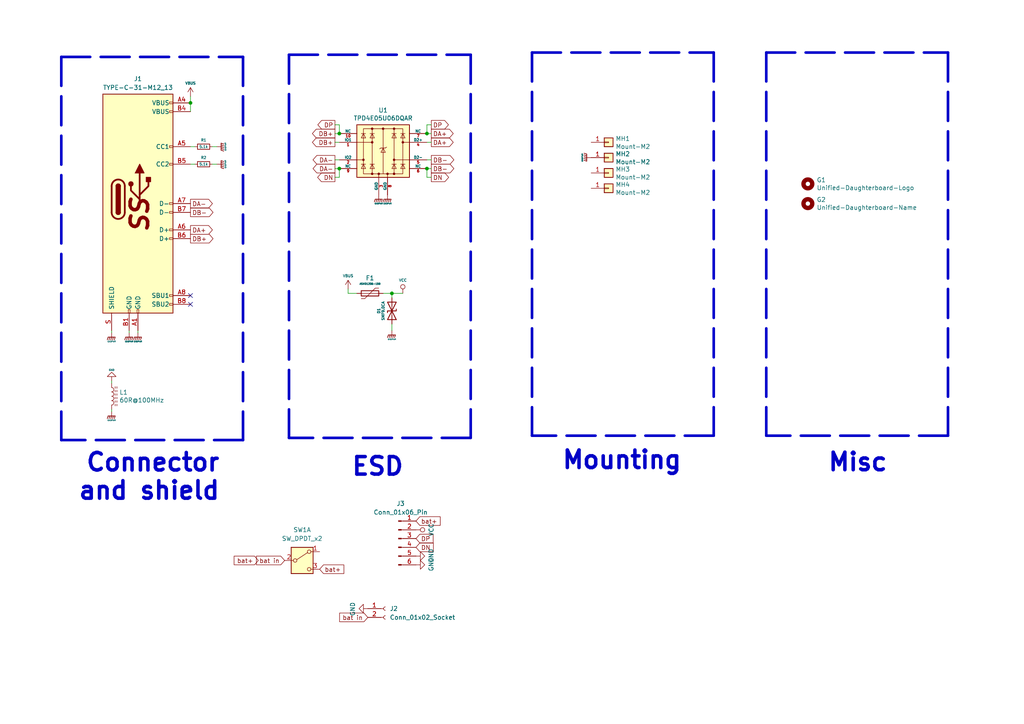
<source format=kicad_sch>
(kicad_sch
	(version 20250114)
	(generator "eeschema")
	(generator_version "9.0")
	(uuid "7624bdbd-7a6e-4d69-9e04-89233acadea6")
	(paper "A4")
	(title_block
		(title "Unified Daughterboard")
		(date "2020-03-22")
		(rev "C3")
		(company "Designed by the keyboard community")
	)
	(lib_symbols
		(symbol "Connector:Conn_01x02_Socket"
			(pin_names
				(offset 1.016)
				(hide yes)
			)
			(exclude_from_sim no)
			(in_bom yes)
			(on_board yes)
			(property "Reference" "J"
				(at 0 2.54 0)
				(effects
					(font
						(size 1.27 1.27)
					)
				)
			)
			(property "Value" "Conn_01x02_Socket"
				(at 0 -5.08 0)
				(effects
					(font
						(size 1.27 1.27)
					)
				)
			)
			(property "Footprint" ""
				(at 0 0 0)
				(effects
					(font
						(size 1.27 1.27)
					)
					(hide yes)
				)
			)
			(property "Datasheet" "~"
				(at 0 0 0)
				(effects
					(font
						(size 1.27 1.27)
					)
					(hide yes)
				)
			)
			(property "Description" "Generic connector, single row, 01x02, script generated"
				(at 0 0 0)
				(effects
					(font
						(size 1.27 1.27)
					)
					(hide yes)
				)
			)
			(property "ki_locked" ""
				(at 0 0 0)
				(effects
					(font
						(size 1.27 1.27)
					)
				)
			)
			(property "ki_keywords" "connector"
				(at 0 0 0)
				(effects
					(font
						(size 1.27 1.27)
					)
					(hide yes)
				)
			)
			(property "ki_fp_filters" "Connector*:*_1x??_*"
				(at 0 0 0)
				(effects
					(font
						(size 1.27 1.27)
					)
					(hide yes)
				)
			)
			(symbol "Conn_01x02_Socket_1_1"
				(polyline
					(pts
						(xy -1.27 0) (xy -0.508 0)
					)
					(stroke
						(width 0.1524)
						(type default)
					)
					(fill
						(type none)
					)
				)
				(polyline
					(pts
						(xy -1.27 -2.54) (xy -0.508 -2.54)
					)
					(stroke
						(width 0.1524)
						(type default)
					)
					(fill
						(type none)
					)
				)
				(arc
					(start 0 -0.508)
					(mid -0.5058 0)
					(end 0 0.508)
					(stroke
						(width 0.1524)
						(type default)
					)
					(fill
						(type none)
					)
				)
				(arc
					(start 0 -3.048)
					(mid -0.5058 -2.54)
					(end 0 -2.032)
					(stroke
						(width 0.1524)
						(type default)
					)
					(fill
						(type none)
					)
				)
				(pin passive line
					(at -5.08 0 0)
					(length 3.81)
					(name "Pin_1"
						(effects
							(font
								(size 1.27 1.27)
							)
						)
					)
					(number "1"
						(effects
							(font
								(size 1.27 1.27)
							)
						)
					)
				)
				(pin passive line
					(at -5.08 -2.54 0)
					(length 3.81)
					(name "Pin_2"
						(effects
							(font
								(size 1.27 1.27)
							)
						)
					)
					(number "2"
						(effects
							(font
								(size 1.27 1.27)
							)
						)
					)
				)
			)
			(embedded_fonts no)
		)
		(symbol "Connector:Conn_01x06_Pin"
			(pin_names
				(offset 1.016)
				(hide yes)
			)
			(exclude_from_sim no)
			(in_bom yes)
			(on_board yes)
			(property "Reference" "J"
				(at 0 7.62 0)
				(effects
					(font
						(size 1.27 1.27)
					)
				)
			)
			(property "Value" "Conn_01x06_Pin"
				(at 0 -10.16 0)
				(effects
					(font
						(size 1.27 1.27)
					)
				)
			)
			(property "Footprint" ""
				(at 0 0 0)
				(effects
					(font
						(size 1.27 1.27)
					)
					(hide yes)
				)
			)
			(property "Datasheet" "~"
				(at 0 0 0)
				(effects
					(font
						(size 1.27 1.27)
					)
					(hide yes)
				)
			)
			(property "Description" "Generic connector, single row, 01x06, script generated"
				(at 0 0 0)
				(effects
					(font
						(size 1.27 1.27)
					)
					(hide yes)
				)
			)
			(property "ki_locked" ""
				(at 0 0 0)
				(effects
					(font
						(size 1.27 1.27)
					)
				)
			)
			(property "ki_keywords" "connector"
				(at 0 0 0)
				(effects
					(font
						(size 1.27 1.27)
					)
					(hide yes)
				)
			)
			(property "ki_fp_filters" "Connector*:*_1x??_*"
				(at 0 0 0)
				(effects
					(font
						(size 1.27 1.27)
					)
					(hide yes)
				)
			)
			(symbol "Conn_01x06_Pin_1_1"
				(rectangle
					(start 0.8636 5.207)
					(end 0 4.953)
					(stroke
						(width 0.1524)
						(type default)
					)
					(fill
						(type outline)
					)
				)
				(rectangle
					(start 0.8636 2.667)
					(end 0 2.413)
					(stroke
						(width 0.1524)
						(type default)
					)
					(fill
						(type outline)
					)
				)
				(rectangle
					(start 0.8636 0.127)
					(end 0 -0.127)
					(stroke
						(width 0.1524)
						(type default)
					)
					(fill
						(type outline)
					)
				)
				(rectangle
					(start 0.8636 -2.413)
					(end 0 -2.667)
					(stroke
						(width 0.1524)
						(type default)
					)
					(fill
						(type outline)
					)
				)
				(rectangle
					(start 0.8636 -4.953)
					(end 0 -5.207)
					(stroke
						(width 0.1524)
						(type default)
					)
					(fill
						(type outline)
					)
				)
				(rectangle
					(start 0.8636 -7.493)
					(end 0 -7.747)
					(stroke
						(width 0.1524)
						(type default)
					)
					(fill
						(type outline)
					)
				)
				(polyline
					(pts
						(xy 1.27 5.08) (xy 0.8636 5.08)
					)
					(stroke
						(width 0.1524)
						(type default)
					)
					(fill
						(type none)
					)
				)
				(polyline
					(pts
						(xy 1.27 2.54) (xy 0.8636 2.54)
					)
					(stroke
						(width 0.1524)
						(type default)
					)
					(fill
						(type none)
					)
				)
				(polyline
					(pts
						(xy 1.27 0) (xy 0.8636 0)
					)
					(stroke
						(width 0.1524)
						(type default)
					)
					(fill
						(type none)
					)
				)
				(polyline
					(pts
						(xy 1.27 -2.54) (xy 0.8636 -2.54)
					)
					(stroke
						(width 0.1524)
						(type default)
					)
					(fill
						(type none)
					)
				)
				(polyline
					(pts
						(xy 1.27 -5.08) (xy 0.8636 -5.08)
					)
					(stroke
						(width 0.1524)
						(type default)
					)
					(fill
						(type none)
					)
				)
				(polyline
					(pts
						(xy 1.27 -7.62) (xy 0.8636 -7.62)
					)
					(stroke
						(width 0.1524)
						(type default)
					)
					(fill
						(type none)
					)
				)
				(pin passive line
					(at 5.08 5.08 180)
					(length 3.81)
					(name "Pin_1"
						(effects
							(font
								(size 1.27 1.27)
							)
						)
					)
					(number "1"
						(effects
							(font
								(size 1.27 1.27)
							)
						)
					)
				)
				(pin passive line
					(at 5.08 2.54 180)
					(length 3.81)
					(name "Pin_2"
						(effects
							(font
								(size 1.27 1.27)
							)
						)
					)
					(number "2"
						(effects
							(font
								(size 1.27 1.27)
							)
						)
					)
				)
				(pin passive line
					(at 5.08 0 180)
					(length 3.81)
					(name "Pin_3"
						(effects
							(font
								(size 1.27 1.27)
							)
						)
					)
					(number "3"
						(effects
							(font
								(size 1.27 1.27)
							)
						)
					)
				)
				(pin passive line
					(at 5.08 -2.54 180)
					(length 3.81)
					(name "Pin_4"
						(effects
							(font
								(size 1.27 1.27)
							)
						)
					)
					(number "4"
						(effects
							(font
								(size 1.27 1.27)
							)
						)
					)
				)
				(pin passive line
					(at 5.08 -5.08 180)
					(length 3.81)
					(name "Pin_5"
						(effects
							(font
								(size 1.27 1.27)
							)
						)
					)
					(number "5"
						(effects
							(font
								(size 1.27 1.27)
							)
						)
					)
				)
				(pin passive line
					(at 5.08 -7.62 180)
					(length 3.81)
					(name "Pin_6"
						(effects
							(font
								(size 1.27 1.27)
							)
						)
					)
					(number "6"
						(effects
							(font
								(size 1.27 1.27)
							)
						)
					)
				)
			)
			(embedded_fonts no)
		)
		(symbol "Connector_Generic:Conn_01x01"
			(pin_names
				(offset 1.016)
				(hide yes)
			)
			(exclude_from_sim no)
			(in_bom yes)
			(on_board yes)
			(property "Reference" "J"
				(at 0 2.54 0)
				(effects
					(font
						(size 1.27 1.27)
					)
				)
			)
			(property "Value" "Conn_01x01"
				(at 0 -2.54 0)
				(effects
					(font
						(size 1.27 1.27)
					)
				)
			)
			(property "Footprint" ""
				(at 0 0 0)
				(effects
					(font
						(size 1.27 1.27)
					)
					(hide yes)
				)
			)
			(property "Datasheet" "~"
				(at 0 0 0)
				(effects
					(font
						(size 1.27 1.27)
					)
					(hide yes)
				)
			)
			(property "Description" "Generic connector, single row, 01x01, script generated (kicad-library-utils/schlib/autogen/connector/)"
				(at 0 0 0)
				(effects
					(font
						(size 1.27 1.27)
					)
					(hide yes)
				)
			)
			(property "ki_keywords" "connector"
				(at 0 0 0)
				(effects
					(font
						(size 1.27 1.27)
					)
					(hide yes)
				)
			)
			(property "ki_fp_filters" "Connector*:*_1x??_*"
				(at 0 0 0)
				(effects
					(font
						(size 1.27 1.27)
					)
					(hide yes)
				)
			)
			(symbol "Conn_01x01_1_1"
				(rectangle
					(start -1.27 1.27)
					(end 1.27 -1.27)
					(stroke
						(width 0.254)
						(type default)
					)
					(fill
						(type background)
					)
				)
				(rectangle
					(start -1.27 0.127)
					(end 0 -0.127)
					(stroke
						(width 0.1524)
						(type default)
					)
					(fill
						(type none)
					)
				)
				(pin passive line
					(at -5.08 0 0)
					(length 3.81)
					(name "Pin_1"
						(effects
							(font
								(size 1.27 1.27)
							)
						)
					)
					(number "1"
						(effects
							(font
								(size 1.27 1.27)
							)
						)
					)
				)
			)
			(embedded_fonts no)
		)
		(symbol "Device:D_TVS"
			(pin_numbers
				(hide yes)
			)
			(pin_names
				(offset 1.016)
				(hide yes)
			)
			(exclude_from_sim no)
			(in_bom yes)
			(on_board yes)
			(property "Reference" "D"
				(at 0 2.54 0)
				(effects
					(font
						(size 1.27 1.27)
					)
				)
			)
			(property "Value" "D_TVS"
				(at 0 -2.54 0)
				(effects
					(font
						(size 1.27 1.27)
					)
				)
			)
			(property "Footprint" ""
				(at 0 0 0)
				(effects
					(font
						(size 1.27 1.27)
					)
					(hide yes)
				)
			)
			(property "Datasheet" "~"
				(at 0 0 0)
				(effects
					(font
						(size 1.27 1.27)
					)
					(hide yes)
				)
			)
			(property "Description" "Bidirectional transient-voltage-suppression diode"
				(at 0 0 0)
				(effects
					(font
						(size 1.27 1.27)
					)
					(hide yes)
				)
			)
			(property "ki_keywords" "diode TVS thyrector"
				(at 0 0 0)
				(effects
					(font
						(size 1.27 1.27)
					)
					(hide yes)
				)
			)
			(property "ki_fp_filters" "TO-???* *_Diode_* *SingleDiode* D_*"
				(at 0 0 0)
				(effects
					(font
						(size 1.27 1.27)
					)
					(hide yes)
				)
			)
			(symbol "D_TVS_0_1"
				(polyline
					(pts
						(xy -2.54 1.27) (xy -2.54 -1.27) (xy 2.54 1.27) (xy 2.54 -1.27) (xy -2.54 1.27)
					)
					(stroke
						(width 0.254)
						(type default)
					)
					(fill
						(type none)
					)
				)
				(polyline
					(pts
						(xy 0.508 1.27) (xy 0 1.27) (xy 0 -1.27) (xy -0.508 -1.27)
					)
					(stroke
						(width 0.254)
						(type default)
					)
					(fill
						(type none)
					)
				)
				(polyline
					(pts
						(xy 1.27 0) (xy -1.27 0)
					)
					(stroke
						(width 0)
						(type default)
					)
					(fill
						(type none)
					)
				)
			)
			(symbol "D_TVS_1_1"
				(pin passive line
					(at -3.81 0 0)
					(length 2.54)
					(name "A1"
						(effects
							(font
								(size 1.27 1.27)
							)
						)
					)
					(number "1"
						(effects
							(font
								(size 1.27 1.27)
							)
						)
					)
				)
				(pin passive line
					(at 3.81 0 180)
					(length 2.54)
					(name "A2"
						(effects
							(font
								(size 1.27 1.27)
							)
						)
					)
					(number "2"
						(effects
							(font
								(size 1.27 1.27)
							)
						)
					)
				)
			)
			(embedded_fonts no)
		)
		(symbol "Device:Polyfuse"
			(pin_numbers
				(hide yes)
			)
			(pin_names
				(offset 0)
			)
			(exclude_from_sim no)
			(in_bom yes)
			(on_board yes)
			(property "Reference" "F"
				(at -2.54 0 90)
				(effects
					(font
						(size 1.27 1.27)
					)
				)
			)
			(property "Value" "Polyfuse"
				(at 2.54 0 90)
				(effects
					(font
						(size 1.27 1.27)
					)
				)
			)
			(property "Footprint" ""
				(at 1.27 -5.08 0)
				(effects
					(font
						(size 1.27 1.27)
					)
					(justify left)
					(hide yes)
				)
			)
			(property "Datasheet" "~"
				(at 0 0 0)
				(effects
					(font
						(size 1.27 1.27)
					)
					(hide yes)
				)
			)
			(property "Description" "Resettable fuse, polymeric positive temperature coefficient"
				(at 0 0 0)
				(effects
					(font
						(size 1.27 1.27)
					)
					(hide yes)
				)
			)
			(property "ki_keywords" "resettable fuse PTC PPTC polyfuse polyswitch"
				(at 0 0 0)
				(effects
					(font
						(size 1.27 1.27)
					)
					(hide yes)
				)
			)
			(property "ki_fp_filters" "*polyfuse* *PTC*"
				(at 0 0 0)
				(effects
					(font
						(size 1.27 1.27)
					)
					(hide yes)
				)
			)
			(symbol "Polyfuse_0_1"
				(polyline
					(pts
						(xy -1.524 2.54) (xy -1.524 1.524) (xy 1.524 -1.524) (xy 1.524 -2.54)
					)
					(stroke
						(width 0)
						(type default)
					)
					(fill
						(type none)
					)
				)
				(rectangle
					(start -0.762 2.54)
					(end 0.762 -2.54)
					(stroke
						(width 0.254)
						(type default)
					)
					(fill
						(type none)
					)
				)
				(polyline
					(pts
						(xy 0 2.54) (xy 0 -2.54)
					)
					(stroke
						(width 0)
						(type default)
					)
					(fill
						(type none)
					)
				)
			)
			(symbol "Polyfuse_1_1"
				(pin passive line
					(at 0 3.81 270)
					(length 1.27)
					(name "~"
						(effects
							(font
								(size 1.27 1.27)
							)
						)
					)
					(number "1"
						(effects
							(font
								(size 1.27 1.27)
							)
						)
					)
				)
				(pin passive line
					(at 0 -3.81 90)
					(length 1.27)
					(name "~"
						(effects
							(font
								(size 1.27 1.27)
							)
						)
					)
					(number "2"
						(effects
							(font
								(size 1.27 1.27)
							)
						)
					)
				)
			)
			(embedded_fonts no)
		)
		(symbol "Device:R_Small"
			(pin_numbers
				(hide yes)
			)
			(pin_names
				(offset 0.254)
				(hide yes)
			)
			(exclude_from_sim no)
			(in_bom yes)
			(on_board yes)
			(property "Reference" "R"
				(at 0.762 0.508 0)
				(effects
					(font
						(size 1.27 1.27)
					)
					(justify left)
				)
			)
			(property "Value" "R_Small"
				(at 0.762 -1.016 0)
				(effects
					(font
						(size 1.27 1.27)
					)
					(justify left)
				)
			)
			(property "Footprint" ""
				(at 0 0 0)
				(effects
					(font
						(size 1.27 1.27)
					)
					(hide yes)
				)
			)
			(property "Datasheet" "~"
				(at 0 0 0)
				(effects
					(font
						(size 1.27 1.27)
					)
					(hide yes)
				)
			)
			(property "Description" "Resistor, small symbol"
				(at 0 0 0)
				(effects
					(font
						(size 1.27 1.27)
					)
					(hide yes)
				)
			)
			(property "ki_keywords" "R resistor"
				(at 0 0 0)
				(effects
					(font
						(size 1.27 1.27)
					)
					(hide yes)
				)
			)
			(property "ki_fp_filters" "R_*"
				(at 0 0 0)
				(effects
					(font
						(size 1.27 1.27)
					)
					(hide yes)
				)
			)
			(symbol "R_Small_0_1"
				(rectangle
					(start -0.762 1.778)
					(end 0.762 -1.778)
					(stroke
						(width 0.2032)
						(type default)
					)
					(fill
						(type none)
					)
				)
			)
			(symbol "R_Small_1_1"
				(pin passive line
					(at 0 2.54 270)
					(length 0.762)
					(name "~"
						(effects
							(font
								(size 1.27 1.27)
							)
						)
					)
					(number "1"
						(effects
							(font
								(size 1.27 1.27)
							)
						)
					)
				)
				(pin passive line
					(at 0 -2.54 90)
					(length 0.762)
					(name "~"
						(effects
							(font
								(size 1.27 1.27)
							)
						)
					)
					(number "2"
						(effects
							(font
								(size 1.27 1.27)
							)
						)
					)
				)
			)
			(embedded_fonts no)
		)
		(symbol "Mechanical:MountingHole"
			(pin_names
				(offset 1.016)
			)
			(exclude_from_sim yes)
			(in_bom no)
			(on_board yes)
			(property "Reference" "H"
				(at 0 5.08 0)
				(effects
					(font
						(size 1.27 1.27)
					)
				)
			)
			(property "Value" "MountingHole"
				(at 0 3.175 0)
				(effects
					(font
						(size 1.27 1.27)
					)
				)
			)
			(property "Footprint" ""
				(at 0 0 0)
				(effects
					(font
						(size 1.27 1.27)
					)
					(hide yes)
				)
			)
			(property "Datasheet" "~"
				(at 0 0 0)
				(effects
					(font
						(size 1.27 1.27)
					)
					(hide yes)
				)
			)
			(property "Description" "Mounting Hole without connection"
				(at 0 0 0)
				(effects
					(font
						(size 1.27 1.27)
					)
					(hide yes)
				)
			)
			(property "ki_keywords" "mounting hole"
				(at 0 0 0)
				(effects
					(font
						(size 1.27 1.27)
					)
					(hide yes)
				)
			)
			(property "ki_fp_filters" "MountingHole*"
				(at 0 0 0)
				(effects
					(font
						(size 1.27 1.27)
					)
					(hide yes)
				)
			)
			(symbol "MountingHole_0_1"
				(circle
					(center 0 0)
					(radius 1.27)
					(stroke
						(width 1.27)
						(type default)
					)
					(fill
						(type none)
					)
				)
			)
			(embedded_fonts no)
		)
		(symbol "Switch:SW_DPDT_x2"
			(pin_names
				(offset 0)
				(hide yes)
			)
			(exclude_from_sim no)
			(in_bom yes)
			(on_board yes)
			(property "Reference" "SW"
				(at 0 5.08 0)
				(effects
					(font
						(size 1.27 1.27)
					)
				)
			)
			(property "Value" "SW_DPDT_x2"
				(at 0 -5.08 0)
				(effects
					(font
						(size 1.27 1.27)
					)
				)
			)
			(property "Footprint" ""
				(at 0 0 0)
				(effects
					(font
						(size 1.27 1.27)
					)
					(hide yes)
				)
			)
			(property "Datasheet" "~"
				(at 0 0 0)
				(effects
					(font
						(size 1.27 1.27)
					)
					(hide yes)
				)
			)
			(property "Description" "Switch, dual pole double throw, separate symbols"
				(at 0 0 0)
				(effects
					(font
						(size 1.27 1.27)
					)
					(hide yes)
				)
			)
			(property "ki_keywords" "switch dual-pole double-throw DPDT spdt ON-ON"
				(at 0 0 0)
				(effects
					(font
						(size 1.27 1.27)
					)
					(hide yes)
				)
			)
			(property "ki_fp_filters" "SW*DPDT*"
				(at 0 0 0)
				(effects
					(font
						(size 1.27 1.27)
					)
					(hide yes)
				)
			)
			(symbol "SW_DPDT_x2_0_0"
				(circle
					(center -2.032 0)
					(radius 0.508)
					(stroke
						(width 0)
						(type default)
					)
					(fill
						(type none)
					)
				)
				(circle
					(center 2.032 -2.54)
					(radius 0.508)
					(stroke
						(width 0)
						(type default)
					)
					(fill
						(type none)
					)
				)
			)
			(symbol "SW_DPDT_x2_0_1"
				(rectangle
					(start -3.175 3.81)
					(end 3.175 -3.81)
					(stroke
						(width 0.254)
						(type default)
					)
					(fill
						(type background)
					)
				)
				(polyline
					(pts
						(xy -1.524 0.254) (xy 1.5748 2.286)
					)
					(stroke
						(width 0)
						(type default)
					)
					(fill
						(type none)
					)
				)
				(circle
					(center 2.032 2.54)
					(radius 0.508)
					(stroke
						(width 0)
						(type default)
					)
					(fill
						(type none)
					)
				)
			)
			(symbol "SW_DPDT_x2_1_1"
				(pin passive line
					(at -5.08 0 0)
					(length 2.54)
					(name "B"
						(effects
							(font
								(size 1.27 1.27)
							)
						)
					)
					(number "2"
						(effects
							(font
								(size 1.27 1.27)
							)
						)
					)
				)
				(pin passive line
					(at 5.08 2.54 180)
					(length 2.54)
					(name "A"
						(effects
							(font
								(size 1.27 1.27)
							)
						)
					)
					(number "1"
						(effects
							(font
								(size 1.27 1.27)
							)
						)
					)
				)
				(pin passive line
					(at 5.08 -2.54 180)
					(length 2.54)
					(name "C"
						(effects
							(font
								(size 1.27 1.27)
							)
						)
					)
					(number "3"
						(effects
							(font
								(size 1.27 1.27)
							)
						)
					)
				)
			)
			(symbol "SW_DPDT_x2_2_1"
				(pin passive line
					(at -5.08 0 0)
					(length 2.54)
					(name "B"
						(effects
							(font
								(size 1.27 1.27)
							)
						)
					)
					(number "5"
						(effects
							(font
								(size 1.27 1.27)
							)
						)
					)
				)
				(pin passive line
					(at 5.08 2.54 180)
					(length 2.54)
					(name "A"
						(effects
							(font
								(size 1.27 1.27)
							)
						)
					)
					(number "4"
						(effects
							(font
								(size 1.27 1.27)
							)
						)
					)
				)
				(pin passive line
					(at 5.08 -2.54 180)
					(length 2.54)
					(name "C"
						(effects
							(font
								(size 1.27 1.27)
							)
						)
					)
					(number "6"
						(effects
							(font
								(size 1.27 1.27)
							)
						)
					)
				)
			)
			(embedded_fonts no)
		)
		(symbol "Unified-Daughterboard-rescue:GND-power"
			(power)
			(pin_names
				(offset 0)
			)
			(exclude_from_sim no)
			(in_bom yes)
			(on_board yes)
			(property "Reference" "#PWR"
				(at 0 -6.35 0)
				(effects
					(font
						(size 1.27 1.27)
					)
					(hide yes)
				)
			)
			(property "Value" "power_GND"
				(at 0 -3.81 0)
				(effects
					(font
						(size 1.27 1.27)
					)
				)
			)
			(property "Footprint" ""
				(at 0 0 0)
				(effects
					(font
						(size 1.27 1.27)
					)
					(hide yes)
				)
			)
			(property "Datasheet" ""
				(at 0 0 0)
				(effects
					(font
						(size 1.27 1.27)
					)
					(hide yes)
				)
			)
			(property "Description" ""
				(at 0 0 0)
				(effects
					(font
						(size 1.27 1.27)
					)
					(hide yes)
				)
			)
			(symbol "GND-power_0_1"
				(polyline
					(pts
						(xy 0 0) (xy 0 -1.27) (xy 1.27 -1.27) (xy 0 -2.54) (xy -1.27 -1.27) (xy 0 -1.27)
					)
					(stroke
						(width 0)
						(type solid)
					)
					(fill
						(type none)
					)
				)
			)
			(symbol "GND-power_1_1"
				(pin power_in line
					(at 0 0 270)
					(length 0)
					(hide yes)
					(name "GND"
						(effects
							(font
								(size 1.27 1.27)
							)
						)
					)
					(number "1"
						(effects
							(font
								(size 1.27 1.27)
							)
						)
					)
				)
			)
			(embedded_fonts no)
		)
		(symbol "Unified-Daughterboard-rescue:GNDPWR-power"
			(power)
			(pin_names
				(offset 0)
			)
			(exclude_from_sim no)
			(in_bom yes)
			(on_board yes)
			(property "Reference" "#PWR"
				(at 0 -5.08 0)
				(effects
					(font
						(size 1.27 1.27)
					)
					(hide yes)
				)
			)
			(property "Value" "power_GNDPWR"
				(at 0 -3.302 0)
				(effects
					(font
						(size 1.27 1.27)
					)
				)
			)
			(property "Footprint" ""
				(at 0 -1.27 0)
				(effects
					(font
						(size 1.27 1.27)
					)
					(hide yes)
				)
			)
			(property "Datasheet" ""
				(at 0 -1.27 0)
				(effects
					(font
						(size 1.27 1.27)
					)
					(hide yes)
				)
			)
			(property "Description" ""
				(at 0 0 0)
				(effects
					(font
						(size 1.27 1.27)
					)
					(hide yes)
				)
			)
			(symbol "GNDPWR-power_0_1"
				(polyline
					(pts
						(xy -1.016 -1.27) (xy -1.27 -2.032) (xy -1.27 -2.032)
					)
					(stroke
						(width 0.2032)
						(type solid)
					)
					(fill
						(type none)
					)
				)
				(polyline
					(pts
						(xy -0.508 -1.27) (xy -0.762 -2.032) (xy -0.762 -2.032)
					)
					(stroke
						(width 0.2032)
						(type solid)
					)
					(fill
						(type none)
					)
				)
				(polyline
					(pts
						(xy 0 -1.27) (xy 0 0)
					)
					(stroke
						(width 0)
						(type solid)
					)
					(fill
						(type none)
					)
				)
				(polyline
					(pts
						(xy 0 -1.27) (xy -0.254 -2.032) (xy -0.254 -2.032)
					)
					(stroke
						(width 0.2032)
						(type solid)
					)
					(fill
						(type none)
					)
				)
				(polyline
					(pts
						(xy 0.508 -1.27) (xy 0.254 -2.032) (xy 0.254 -2.032)
					)
					(stroke
						(width 0.2032)
						(type solid)
					)
					(fill
						(type none)
					)
				)
				(polyline
					(pts
						(xy 1.016 -1.27) (xy -1.016 -1.27) (xy -1.016 -1.27)
					)
					(stroke
						(width 0.2032)
						(type solid)
					)
					(fill
						(type none)
					)
				)
				(polyline
					(pts
						(xy 1.016 -1.27) (xy 0.762 -2.032) (xy 0.762 -2.032) (xy 0.762 -2.032)
					)
					(stroke
						(width 0.2032)
						(type solid)
					)
					(fill
						(type none)
					)
				)
			)
			(symbol "GNDPWR-power_1_1"
				(pin power_in line
					(at 0 0 270)
					(length 0)
					(hide yes)
					(name "GNDPWR"
						(effects
							(font
								(size 1.27 1.27)
							)
						)
					)
					(number "1"
						(effects
							(font
								(size 1.27 1.27)
							)
						)
					)
				)
			)
			(embedded_fonts no)
		)
		(symbol "Unified-Daughterboard-rescue:L_Core_Ferrite-Device"
			(pin_numbers
				(hide yes)
			)
			(pin_names
				(offset 1.016)
				(hide yes)
			)
			(exclude_from_sim no)
			(in_bom yes)
			(on_board yes)
			(property "Reference" "L"
				(at -1.27 0 90)
				(effects
					(font
						(size 1.27 1.27)
					)
				)
			)
			(property "Value" "Device_L_Core_Ferrite"
				(at 2.794 0 90)
				(effects
					(font
						(size 1.27 1.27)
					)
				)
			)
			(property "Footprint" ""
				(at 0 0 0)
				(effects
					(font
						(size 1.27 1.27)
					)
					(hide yes)
				)
			)
			(property "Datasheet" ""
				(at 0 0 0)
				(effects
					(font
						(size 1.27 1.27)
					)
					(hide yes)
				)
			)
			(property "Description" ""
				(at 0 0 0)
				(effects
					(font
						(size 1.27 1.27)
					)
					(hide yes)
				)
			)
			(property "ki_fp_filters" "Choke_* *Coil* Inductor_* L_*"
				(at 0 0 0)
				(effects
					(font
						(size 1.27 1.27)
					)
					(hide yes)
				)
			)
			(symbol "L_Core_Ferrite-Device_0_1"
				(arc
					(start 0 2.54)
					(mid 0.635 1.905)
					(end 0 1.27)
					(stroke
						(width 0)
						(type solid)
					)
					(fill
						(type none)
					)
				)
				(arc
					(start 0 1.27)
					(mid 0.635 0.635)
					(end 0 0)
					(stroke
						(width 0)
						(type solid)
					)
					(fill
						(type none)
					)
				)
				(arc
					(start 0 0)
					(mid 0.635 -0.635)
					(end 0 -1.27)
					(stroke
						(width 0)
						(type solid)
					)
					(fill
						(type none)
					)
				)
				(arc
					(start 0 -1.27)
					(mid 0.635 -1.905)
					(end 0 -2.54)
					(stroke
						(width 0)
						(type solid)
					)
					(fill
						(type none)
					)
				)
				(polyline
					(pts
						(xy 1.016 2.286) (xy 1.016 2.794)
					)
					(stroke
						(width 0)
						(type solid)
					)
					(fill
						(type none)
					)
				)
				(polyline
					(pts
						(xy 1.016 1.27) (xy 1.016 1.778)
					)
					(stroke
						(width 0)
						(type solid)
					)
					(fill
						(type none)
					)
				)
				(polyline
					(pts
						(xy 1.016 0.254) (xy 1.016 0.762)
					)
					(stroke
						(width 0)
						(type solid)
					)
					(fill
						(type none)
					)
				)
				(polyline
					(pts
						(xy 1.016 -0.762) (xy 1.016 -0.254)
					)
					(stroke
						(width 0)
						(type solid)
					)
					(fill
						(type none)
					)
				)
				(polyline
					(pts
						(xy 1.016 -1.778) (xy 1.016 -1.27)
					)
					(stroke
						(width 0)
						(type solid)
					)
					(fill
						(type none)
					)
				)
				(polyline
					(pts
						(xy 1.016 -2.794) (xy 1.016 -2.286)
					)
					(stroke
						(width 0)
						(type solid)
					)
					(fill
						(type none)
					)
				)
				(polyline
					(pts
						(xy 1.524 2.794) (xy 1.524 2.286)
					)
					(stroke
						(width 0)
						(type solid)
					)
					(fill
						(type none)
					)
				)
				(polyline
					(pts
						(xy 1.524 1.778) (xy 1.524 1.27)
					)
					(stroke
						(width 0)
						(type solid)
					)
					(fill
						(type none)
					)
				)
				(polyline
					(pts
						(xy 1.524 0.762) (xy 1.524 0.254)
					)
					(stroke
						(width 0)
						(type solid)
					)
					(fill
						(type none)
					)
				)
				(polyline
					(pts
						(xy 1.524 -0.254) (xy 1.524 -0.762)
					)
					(stroke
						(width 0)
						(type solid)
					)
					(fill
						(type none)
					)
				)
				(polyline
					(pts
						(xy 1.524 -1.27) (xy 1.524 -1.778)
					)
					(stroke
						(width 0)
						(type solid)
					)
					(fill
						(type none)
					)
				)
				(polyline
					(pts
						(xy 1.524 -2.286) (xy 1.524 -2.794)
					)
					(stroke
						(width 0)
						(type solid)
					)
					(fill
						(type none)
					)
				)
			)
			(symbol "L_Core_Ferrite-Device_1_1"
				(pin passive line
					(at 0 3.81 270)
					(length 1.27)
					(name "1"
						(effects
							(font
								(size 1.27 1.27)
							)
						)
					)
					(number "1"
						(effects
							(font
								(size 1.27 1.27)
							)
						)
					)
				)
				(pin passive line
					(at 0 -3.81 90)
					(length 1.27)
					(name "2"
						(effects
							(font
								(size 1.27 1.27)
							)
						)
					)
					(number "2"
						(effects
							(font
								(size 1.27 1.27)
							)
						)
					)
				)
			)
			(embedded_fonts no)
		)
		(symbol "Unified-Daughterboard-rescue:TPD4E05U06DQAR-acheronSymbols"
			(pin_names
				(offset 0)
			)
			(exclude_from_sim no)
			(in_bom yes)
			(on_board yes)
			(property "Reference" "U"
				(at 0 12.7 0)
				(effects
					(font
						(size 1.27 1.27)
					)
				)
			)
			(property "Value" "acheronSymbols_TPD4E05U06DQAR"
				(at 0 10.16 0)
				(effects
					(font
						(size 1.27 1.27)
					)
				)
			)
			(property "Footprint" "Package_SON:USON-10_2.5x1.0mm_P0.5mm"
				(at 0 26.67 0)
				(effects
					(font
						(size 1.27 1.27)
					)
					(hide yes)
				)
			)
			(property "Datasheet" ""
				(at 0 0 0)
				(effects
					(font
						(size 1.27 1.27)
					)
					(hide yes)
				)
			)
			(property "Description" ""
				(at 0 0 0)
				(effects
					(font
						(size 1.27 1.27)
					)
					(hide yes)
				)
			)
			(property "Manufacturer" "Texas Instruments"
				(at 0 24.13 0)
				(effects
					(font
						(size 1.27 1.27)
					)
					(hide yes)
				)
			)
			(property "Manufacturer Part #" "TPD4E05U06DQAR"
				(at 0 16.51 0)
				(effects
					(font
						(size 1.27 1.27)
					)
					(hide yes)
				)
			)
			(property "LCSC Part #" "C138714"
				(at 0 19.05 0)
				(effects
					(font
						(size 1.27 1.27)
					)
					(hide yes)
				)
			)
			(property "Package" "uSON-10"
				(at 0 21.59 0)
				(effects
					(font
						(size 1.27 1.27)
					)
					(hide yes)
				)
			)
			(property "ki_fp_filters" "USON*2.5x1.0mm*P0.5mm*"
				(at 0 0 0)
				(effects
					(font
						(size 1.27 1.27)
					)
					(hide yes)
				)
			)
			(symbol "TPD4E05U06DQAR-acheronSymbols_0_0"
				(rectangle
					(start -5.715 6.477)
					(end 5.715 -6.604)
					(stroke
						(width 0)
						(type solid)
					)
					(fill
						(type none)
					)
				)
				(polyline
					(pts
						(xy -3.175 -6.604) (xy -3.175 6.477)
					)
					(stroke
						(width 0)
						(type solid)
					)
					(fill
						(type none)
					)
				)
				(polyline
					(pts
						(xy 0 6.477) (xy 0 -6.604)
					)
					(stroke
						(width 0)
						(type solid)
					)
					(fill
						(type none)
					)
				)
				(polyline
					(pts
						(xy 3.175 6.477) (xy 3.175 -6.604)
					)
					(stroke
						(width 0)
						(type solid)
					)
					(fill
						(type none)
					)
				)
			)
			(symbol "TPD4E05U06DQAR-acheronSymbols_0_1"
				(polyline
					(pts
						(xy -7.747 2.54) (xy -3.175 2.54)
					)
					(stroke
						(width 0)
						(type solid)
					)
					(fill
						(type none)
					)
				)
				(rectangle
					(start -7.62 7.62)
					(end 7.62 -7.62)
					(stroke
						(width 0.254)
						(type solid)
					)
					(fill
						(type background)
					)
				)
				(polyline
					(pts
						(xy -7.62 -2.54) (xy -5.715 -2.54)
					)
					(stroke
						(width 0)
						(type solid)
					)
					(fill
						(type none)
					)
				)
				(circle
					(center -5.715 -2.54)
					(radius 0.2794)
					(stroke
						(width 0)
						(type solid)
					)
					(fill
						(type outline)
					)
				)
				(polyline
					(pts
						(xy -5.08 5.08) (xy -6.35 5.08)
					)
					(stroke
						(width 0)
						(type solid)
					)
					(fill
						(type none)
					)
				)
				(polyline
					(pts
						(xy -5.08 3.81) (xy -6.35 3.81) (xy -5.715 5.08) (xy -5.08 3.81)
					)
					(stroke
						(width 0)
						(type solid)
					)
					(fill
						(type none)
					)
				)
				(polyline
					(pts
						(xy -5.08 -3.81) (xy -6.35 -3.81)
					)
					(stroke
						(width 0)
						(type solid)
					)
					(fill
						(type none)
					)
				)
				(polyline
					(pts
						(xy -5.08 -5.08) (xy -6.35 -5.08) (xy -5.715 -3.81) (xy -5.08 -5.08)
					)
					(stroke
						(width 0)
						(type solid)
					)
					(fill
						(type none)
					)
				)
				(circle
					(center -3.175 6.477)
					(radius 0.2794)
					(stroke
						(width 0)
						(type solid)
					)
					(fill
						(type outline)
					)
				)
				(circle
					(center -3.175 2.54)
					(radius 0.2794)
					(stroke
						(width 0)
						(type solid)
					)
					(fill
						(type outline)
					)
				)
				(circle
					(center -3.175 -6.604)
					(radius 0.2794)
					(stroke
						(width 0)
						(type solid)
					)
					(fill
						(type outline)
					)
				)
				(polyline
					(pts
						(xy -2.54 5.08) (xy -3.81 5.08)
					)
					(stroke
						(width 0)
						(type solid)
					)
					(fill
						(type none)
					)
				)
				(polyline
					(pts
						(xy -2.54 3.81) (xy -3.81 3.81) (xy -3.175 5.08) (xy -2.54 3.81)
					)
					(stroke
						(width 0)
						(type solid)
					)
					(fill
						(type none)
					)
				)
				(polyline
					(pts
						(xy -2.54 -3.81) (xy -3.81 -3.81)
					)
					(stroke
						(width 0)
						(type solid)
					)
					(fill
						(type none)
					)
				)
				(polyline
					(pts
						(xy -2.54 -5.08) (xy -3.81 -5.08) (xy -3.175 -3.81) (xy -2.54 -5.08)
					)
					(stroke
						(width 0)
						(type solid)
					)
					(fill
						(type none)
					)
				)
				(circle
					(center -1.27 -6.604)
					(radius 0.2794)
					(stroke
						(width 0)
						(type solid)
					)
					(fill
						(type outline)
					)
				)
				(polyline
					(pts
						(xy -1.27 -6.604) (xy -1.27 -7.62)
					)
					(stroke
						(width 0)
						(type solid)
					)
					(fill
						(type none)
					)
				)
				(polyline
					(pts
						(xy -0.635 0.889) (xy -1.016 0.635)
					)
					(stroke
						(width 0)
						(type solid)
					)
					(fill
						(type none)
					)
				)
				(circle
					(center 0 6.477)
					(radius 0.2794)
					(stroke
						(width 0)
						(type solid)
					)
					(fill
						(type outline)
					)
				)
				(polyline
					(pts
						(xy 0.635 0.889) (xy -0.635 0.889)
					)
					(stroke
						(width 0)
						(type solid)
					)
					(fill
						(type none)
					)
				)
				(polyline
					(pts
						(xy 0.635 0.889) (xy 1.016 1.143)
					)
					(stroke
						(width 0)
						(type solid)
					)
					(fill
						(type none)
					)
				)
				(polyline
					(pts
						(xy 0.635 -0.381) (xy -0.635 -0.381) (xy 0 0.889) (xy 0.635 -0.381)
					)
					(stroke
						(width 0)
						(type solid)
					)
					(fill
						(type none)
					)
				)
				(circle
					(center 3.175 6.477)
					(radius 0.2794)
					(stroke
						(width 0)
						(type solid)
					)
					(fill
						(type outline)
					)
				)
				(circle
					(center 3.175 -2.54)
					(radius 0.2794)
					(stroke
						(width 0)
						(type solid)
					)
					(fill
						(type outline)
					)
				)
				(circle
					(center 3.175 -6.604)
					(radius 0.2794)
					(stroke
						(width 0)
						(type solid)
					)
					(fill
						(type outline)
					)
				)
				(polyline
					(pts
						(xy 3.81 5.08) (xy 2.54 5.08)
					)
					(stroke
						(width 0)
						(type solid)
					)
					(fill
						(type none)
					)
				)
				(polyline
					(pts
						(xy 3.81 3.81) (xy 2.54 3.81) (xy 3.175 5.08) (xy 3.81 3.81)
					)
					(stroke
						(width 0)
						(type solid)
					)
					(fill
						(type none)
					)
				)
				(polyline
					(pts
						(xy 3.81 -3.81) (xy 2.54 -3.81)
					)
					(stroke
						(width 0)
						(type solid)
					)
					(fill
						(type none)
					)
				)
				(polyline
					(pts
						(xy 3.81 -5.08) (xy 2.54 -5.08) (xy 3.175 -3.81) (xy 3.81 -5.08)
					)
					(stroke
						(width 0)
						(type solid)
					)
					(fill
						(type none)
					)
				)
				(circle
					(center 5.715 2.54)
					(radius 0.2794)
					(stroke
						(width 0)
						(type solid)
					)
					(fill
						(type outline)
					)
				)
				(polyline
					(pts
						(xy 6.35 5.08) (xy 5.08 5.08)
					)
					(stroke
						(width 0)
						(type solid)
					)
					(fill
						(type none)
					)
				)
				(polyline
					(pts
						(xy 6.35 3.81) (xy 5.08 3.81) (xy 5.715 5.08) (xy 6.35 3.81)
					)
					(stroke
						(width 0)
						(type solid)
					)
					(fill
						(type none)
					)
				)
				(polyline
					(pts
						(xy 6.35 -3.81) (xy 5.08 -3.81)
					)
					(stroke
						(width 0)
						(type solid)
					)
					(fill
						(type none)
					)
				)
				(polyline
					(pts
						(xy 6.35 -5.08) (xy 5.08 -5.08) (xy 5.715 -3.81) (xy 6.35 -5.08)
					)
					(stroke
						(width 0)
						(type solid)
					)
					(fill
						(type none)
					)
				)
				(polyline
					(pts
						(xy 7.62 2.54) (xy 5.715 2.54)
					)
					(stroke
						(width 0)
						(type solid)
					)
					(fill
						(type none)
					)
				)
				(polyline
					(pts
						(xy 7.62 -2.54) (xy 3.175 -2.54)
					)
					(stroke
						(width 0)
						(type solid)
					)
					(fill
						(type none)
					)
				)
			)
			(symbol "TPD4E05U06DQAR-acheronSymbols_1_1"
				(polyline
					(pts
						(xy 1.27 -6.604) (xy 1.27 -7.62)
					)
					(stroke
						(width 0)
						(type solid)
					)
					(fill
						(type none)
					)
				)
				(circle
					(center 1.27 -6.604)
					(radius 0.2794)
					(stroke
						(width 0)
						(type solid)
					)
					(fill
						(type outline)
					)
				)
				(pin bidirectional line
					(at -12.7 5.08 0)
					(length 5.08)
					(name "NC"
						(effects
							(font
								(size 0.762 0.762)
							)
						)
					)
					(number "10"
						(effects
							(font
								(size 0.762 0.762)
							)
						)
					)
				)
				(pin bidirectional line
					(at -12.7 2.54 0)
					(length 5.08)
					(name "IO1"
						(effects
							(font
								(size 0.762 0.762)
							)
						)
					)
					(number "1"
						(effects
							(font
								(size 0.762 0.762)
							)
						)
					)
				)
				(pin bidirectional line
					(at -12.7 -2.54 0)
					(length 5.08)
					(name "IO2"
						(effects
							(font
								(size 0.762 0.762)
							)
						)
					)
					(number "2"
						(effects
							(font
								(size 0.762 0.762)
							)
						)
					)
				)
				(pin bidirectional line
					(at -12.7 -5.08 0)
					(length 5.08)
					(name "NC"
						(effects
							(font
								(size 0.762 0.762)
							)
						)
					)
					(number "9"
						(effects
							(font
								(size 0.762 0.762)
							)
						)
					)
				)
				(pin power_in line
					(at -1.27 -12.7 90)
					(length 5.08)
					(name "GND"
						(effects
							(font
								(size 0.762 0.762)
							)
						)
					)
					(number "3"
						(effects
							(font
								(size 0.762 0.762)
							)
						)
					)
				)
				(pin power_in line
					(at 1.27 -12.7 90)
					(length 5.08)
					(name "GND"
						(effects
							(font
								(size 0.762 0.762)
							)
						)
					)
					(number "8"
						(effects
							(font
								(size 0.762 0.762)
							)
						)
					)
				)
				(pin bidirectional line
					(at 12.7 5.08 180)
					(length 5.08)
					(name "NC"
						(effects
							(font
								(size 0.762 0.762)
							)
						)
					)
					(number "7"
						(effects
							(font
								(size 0.762 0.762)
							)
						)
					)
				)
				(pin bidirectional line
					(at 12.7 2.54 180)
					(length 5.08)
					(name "D2+"
						(effects
							(font
								(size 0.762 0.762)
							)
						)
					)
					(number "4"
						(effects
							(font
								(size 0.762 0.762)
							)
						)
					)
				)
				(pin bidirectional line
					(at 12.7 -2.54 180)
					(length 5.08)
					(name "D2-"
						(effects
							(font
								(size 0.762 0.762)
							)
						)
					)
					(number "5"
						(effects
							(font
								(size 0.762 0.762)
							)
						)
					)
				)
				(pin bidirectional line
					(at 12.7 -5.08 180)
					(length 5.08)
					(name "NC"
						(effects
							(font
								(size 0.762 0.762)
							)
						)
					)
					(number "6"
						(effects
							(font
								(size 0.762 0.762)
							)
						)
					)
				)
			)
			(embedded_fonts no)
		)
		(symbol "Unified-Daughterboard-rescue:TYPE-C-31-M12_13-acheronSymbols"
			(pin_names
				(offset 1.016)
			)
			(exclude_from_sim no)
			(in_bom yes)
			(on_board yes)
			(property "Reference" "J"
				(at -1.27 35.56 0)
				(effects
					(font
						(size 1.27 1.27)
					)
					(justify left)
				)
			)
			(property "Value" "acheronSymbols_TYPE-C-31-M12_13"
				(at 10.16 33.02 0)
				(effects
					(font
						(size 1.27 1.27)
					)
					(justify right)
				)
			)
			(property "Footprint" "acheronConnectors:TYPE-C-31-M-12"
				(at -12.7 1.27 90)
				(effects
					(font
						(size 1.27 1.27)
					)
					(hide yes)
				)
			)
			(property "Datasheet" ""
				(at 5.08 1.27 0)
				(effects
					(font
						(size 1.27 1.27)
					)
					(hide yes)
				)
			)
			(property "Description" ""
				(at 0 0 0)
				(effects
					(font
						(size 1.27 1.27)
					)
					(hide yes)
				)
			)
			(property "ki_fp_filters" "USB*C*Receptacle*"
				(at 0 0 0)
				(effects
					(font
						(size 1.27 1.27)
					)
					(hide yes)
				)
			)
			(symbol "TYPE-C-31-M12_13-acheronSymbols_0_0"
				(rectangle
					(start -0.254 -31.75)
					(end 0.254 -30.734)
					(stroke
						(width 0)
						(type solid)
					)
					(fill
						(type none)
					)
				)
				(rectangle
					(start 10.16 29.464)
					(end 9.144 28.956)
					(stroke
						(width 0)
						(type solid)
					)
					(fill
						(type none)
					)
				)
				(rectangle
					(start 10.16 16.764)
					(end 9.144 16.256)
					(stroke
						(width 0)
						(type solid)
					)
					(fill
						(type none)
					)
				)
				(rectangle
					(start 10.16 11.684)
					(end 9.144 11.176)
					(stroke
						(width 0)
						(type solid)
					)
					(fill
						(type none)
					)
				)
				(rectangle
					(start 10.16 0.254)
					(end 9.144 -0.254)
					(stroke
						(width 0)
						(type solid)
					)
					(fill
						(type none)
					)
				)
				(rectangle
					(start 10.16 -2.286)
					(end 9.144 -2.794)
					(stroke
						(width 0)
						(type solid)
					)
					(fill
						(type none)
					)
				)
				(rectangle
					(start 10.16 -7.366)
					(end 9.144 -7.874)
					(stroke
						(width 0)
						(type solid)
					)
					(fill
						(type none)
					)
				)
				(rectangle
					(start 10.16 -9.906)
					(end 9.144 -10.414)
					(stroke
						(width 0)
						(type solid)
					)
					(fill
						(type none)
					)
				)
				(rectangle
					(start 10.16 -26.416)
					(end 9.144 -26.924)
					(stroke
						(width 0)
						(type solid)
					)
					(fill
						(type none)
					)
				)
				(rectangle
					(start 10.16 -28.956)
					(end 9.144 -29.464)
					(stroke
						(width 0)
						(type solid)
					)
					(fill
						(type none)
					)
				)
				(text "SS"
					(at 0.508 -3.175 900)
					(effects
						(font
							(size 5.08 5.08)
							(bold yes)
							(italic yes)
						)
					)
				)
			)
			(symbol "TYPE-C-31-M12_13-acheronSymbols_0_1"
				(rectangle
					(start -10.16 31.75)
					(end 10.16 -31.75)
					(stroke
						(width 0.254)
						(type solid)
					)
					(fill
						(type background)
					)
				)
				(polyline
					(pts
						(xy -7.62 -2.54) (xy -7.62 5.08)
					)
					(stroke
						(width 0.508)
						(type solid)
					)
					(fill
						(type none)
					)
				)
				(rectangle
					(start -6.35 -2.54)
					(end -5.08 5.08)
					(stroke
						(width 0.254)
						(type solid)
					)
					(fill
						(type outline)
					)
				)
				(arc
					(start -7.62 5.08)
					(mid -5.715 6.985)
					(end -3.81 5.08)
					(stroke
						(width 0.508)
						(type solid)
					)
					(fill
						(type none)
					)
				)
				(arc
					(start -6.35 5.08)
					(mid -5.715 5.715)
					(end -5.08 5.08)
					(stroke
						(width 0.254)
						(type solid)
					)
					(fill
						(type none)
					)
				)
				(arc
					(start -6.35 5.08)
					(mid -5.715 5.715)
					(end -5.08 5.08)
					(stroke
						(width 0.254)
						(type solid)
					)
					(fill
						(type outline)
					)
				)
				(arc
					(start -5.08 -2.54)
					(mid -5.715 -3.175)
					(end -6.35 -2.54)
					(stroke
						(width 0.254)
						(type solid)
					)
					(fill
						(type none)
					)
				)
				(arc
					(start -5.08 -2.54)
					(mid -5.715 -3.175)
					(end -6.35 -2.54)
					(stroke
						(width 0.254)
						(type solid)
					)
					(fill
						(type outline)
					)
				)
				(arc
					(start -3.81 -2.54)
					(mid -5.715 -4.445)
					(end -7.62 -2.54)
					(stroke
						(width 0.508)
						(type solid)
					)
					(fill
						(type none)
					)
				)
				(polyline
					(pts
						(xy -3.81 5.08) (xy -3.81 -2.54)
					)
					(stroke
						(width 0.508)
						(type solid)
					)
					(fill
						(type none)
					)
				)
				(circle
					(center -2.032 5.715)
					(radius 0.635)
					(stroke
						(width 0.254)
						(type solid)
					)
					(fill
						(type outline)
					)
				)
				(polyline
					(pts
						(xy -0.762 8.89) (xy 0.508 11.43) (xy 1.778 8.89) (xy -0.762 8.89)
					)
					(stroke
						(width 0.254)
						(type solid)
					)
					(fill
						(type outline)
					)
				)
				(polyline
					(pts
						(xy 0.508 2.54) (xy 3.048 5.08) (xy 3.048 6.35)
					)
					(stroke
						(width 0.508)
						(type solid)
					)
					(fill
						(type none)
					)
				)
				(polyline
					(pts
						(xy 0.508 1.27) (xy -2.032 3.81) (xy -2.032 5.08)
					)
					(stroke
						(width 0.508)
						(type solid)
					)
					(fill
						(type none)
					)
				)
				(polyline
					(pts
						(xy 0.508 0) (xy 0.508 8.89)
					)
					(stroke
						(width 0.508)
						(type solid)
					)
					(fill
						(type none)
					)
				)
				(rectangle
					(start 2.413 6.35)
					(end 3.683 7.62)
					(stroke
						(width 0.254)
						(type solid)
					)
					(fill
						(type outline)
					)
				)
			)
			(symbol "TYPE-C-31-M12_13-acheronSymbols_1_1"
				(rectangle
					(start -2.794 -31.75)
					(end -2.286 -30.734)
					(stroke
						(width 0)
						(type solid)
					)
					(fill
						(type none)
					)
				)
				(rectangle
					(start 10.16 26.924)
					(end 9.144 26.416)
					(stroke
						(width 0)
						(type solid)
					)
					(fill
						(type none)
					)
				)
				(pin passive line
					(at -7.62 -36.83 90)
					(length 5.08)
					(name "SHIELD"
						(effects
							(font
								(size 1.27 1.27)
							)
						)
					)
					(number "S"
						(effects
							(font
								(size 1.27 1.27)
							)
						)
					)
				)
				(pin power_out line
					(at -2.54 -36.83 90)
					(length 5.08)
					(name "GND"
						(effects
							(font
								(size 1.27 1.27)
							)
						)
					)
					(number "B1"
						(effects
							(font
								(size 1.27 1.27)
							)
						)
					)
				)
				(pin power_out line
					(at 0 -36.83 90)
					(length 5.08)
					(name "GND"
						(effects
							(font
								(size 1.27 1.27)
							)
						)
					)
					(number "A1"
						(effects
							(font
								(size 1.27 1.27)
							)
						)
					)
				)
				(pin power_out line
					(at 15.24 29.21 180)
					(length 5.08)
					(name "VBUS"
						(effects
							(font
								(size 1.27 1.27)
							)
						)
					)
					(number "A4"
						(effects
							(font
								(size 1.27 1.27)
							)
						)
					)
				)
				(pin power_out line
					(at 15.24 26.67 180)
					(length 5.08)
					(name "VBUS"
						(effects
							(font
								(size 1.27 1.27)
							)
						)
					)
					(number "B4"
						(effects
							(font
								(size 1.27 1.27)
							)
						)
					)
				)
				(pin bidirectional line
					(at 15.24 16.51 180)
					(length 5.08)
					(name "CC1"
						(effects
							(font
								(size 1.27 1.27)
							)
						)
					)
					(number "A5"
						(effects
							(font
								(size 1.27 1.27)
							)
						)
					)
				)
				(pin bidirectional line
					(at 15.24 11.43 180)
					(length 5.08)
					(name "CC2"
						(effects
							(font
								(size 1.27 1.27)
							)
						)
					)
					(number "B5"
						(effects
							(font
								(size 1.27 1.27)
							)
						)
					)
				)
				(pin bidirectional line
					(at 15.24 0 180)
					(length 5.08)
					(name "D-"
						(effects
							(font
								(size 1.27 1.27)
							)
						)
					)
					(number "A7"
						(effects
							(font
								(size 1.27 1.27)
							)
						)
					)
				)
				(pin bidirectional line
					(at 15.24 -2.54 180)
					(length 5.08)
					(name "D-"
						(effects
							(font
								(size 1.27 1.27)
							)
						)
					)
					(number "B7"
						(effects
							(font
								(size 1.27 1.27)
							)
						)
					)
				)
				(pin bidirectional line
					(at 15.24 -7.62 180)
					(length 5.08)
					(name "D+"
						(effects
							(font
								(size 1.27 1.27)
							)
						)
					)
					(number "A6"
						(effects
							(font
								(size 1.27 1.27)
							)
						)
					)
				)
				(pin bidirectional line
					(at 15.24 -10.16 180)
					(length 5.08)
					(name "D+"
						(effects
							(font
								(size 1.27 1.27)
							)
						)
					)
					(number "B6"
						(effects
							(font
								(size 1.27 1.27)
							)
						)
					)
				)
				(pin bidirectional line
					(at 15.24 -26.67 180)
					(length 5.08)
					(name "SBU1"
						(effects
							(font
								(size 1.27 1.27)
							)
						)
					)
					(number "A8"
						(effects
							(font
								(size 1.27 1.27)
							)
						)
					)
				)
				(pin bidirectional line
					(at 15.24 -29.21 180)
					(length 5.08)
					(name "SBU2"
						(effects
							(font
								(size 1.27 1.27)
							)
						)
					)
					(number "B8"
						(effects
							(font
								(size 1.27 1.27)
							)
						)
					)
				)
			)
			(embedded_fonts no)
		)
		(symbol "Unified-Daughterboard-rescue:VBUS-power"
			(power)
			(pin_names
				(offset 0)
			)
			(exclude_from_sim no)
			(in_bom yes)
			(on_board yes)
			(property "Reference" "#PWR"
				(at 0 -3.81 0)
				(effects
					(font
						(size 1.27 1.27)
					)
					(hide yes)
				)
			)
			(property "Value" "power_VBUS"
				(at 0 3.81 0)
				(effects
					(font
						(size 1.27 1.27)
					)
				)
			)
			(property "Footprint" ""
				(at 0 0 0)
				(effects
					(font
						(size 1.27 1.27)
					)
					(hide yes)
				)
			)
			(property "Datasheet" ""
				(at 0 0 0)
				(effects
					(font
						(size 1.27 1.27)
					)
					(hide yes)
				)
			)
			(property "Description" ""
				(at 0 0 0)
				(effects
					(font
						(size 1.27 1.27)
					)
					(hide yes)
				)
			)
			(symbol "VBUS-power_0_1"
				(polyline
					(pts
						(xy -0.762 1.27) (xy 0 2.54)
					)
					(stroke
						(width 0)
						(type solid)
					)
					(fill
						(type none)
					)
				)
				(polyline
					(pts
						(xy 0 2.54) (xy 0.762 1.27)
					)
					(stroke
						(width 0)
						(type solid)
					)
					(fill
						(type none)
					)
				)
				(polyline
					(pts
						(xy 0 0) (xy 0 2.54)
					)
					(stroke
						(width 0)
						(type solid)
					)
					(fill
						(type none)
					)
				)
			)
			(symbol "VBUS-power_1_1"
				(pin power_in line
					(at 0 0 90)
					(length 0)
					(hide yes)
					(name "VBUS"
						(effects
							(font
								(size 1.27 1.27)
							)
						)
					)
					(number "1"
						(effects
							(font
								(size 1.27 1.27)
							)
						)
					)
				)
			)
			(embedded_fonts no)
		)
		(symbol "Unified-Daughterboard-rescue:VCC-power"
			(power)
			(pin_names
				(offset 0)
			)
			(exclude_from_sim no)
			(in_bom yes)
			(on_board yes)
			(property "Reference" "#PWR"
				(at 0 -3.81 0)
				(effects
					(font
						(size 1.27 1.27)
					)
					(hide yes)
				)
			)
			(property "Value" "power_VCC"
				(at 0 3.81 0)
				(effects
					(font
						(size 1.27 1.27)
					)
				)
			)
			(property "Footprint" ""
				(at 0 0 0)
				(effects
					(font
						(size 1.27 1.27)
					)
					(hide yes)
				)
			)
			(property "Datasheet" ""
				(at 0 0 0)
				(effects
					(font
						(size 1.27 1.27)
					)
					(hide yes)
				)
			)
			(property "Description" ""
				(at 0 0 0)
				(effects
					(font
						(size 1.27 1.27)
					)
					(hide yes)
				)
			)
			(symbol "VCC-power_0_1"
				(circle
					(center 0 1.905)
					(radius 0.635)
					(stroke
						(width 0)
						(type solid)
					)
					(fill
						(type none)
					)
				)
				(polyline
					(pts
						(xy 0 0) (xy 0 1.27)
					)
					(stroke
						(width 0)
						(type solid)
					)
					(fill
						(type none)
					)
				)
			)
			(symbol "VCC-power_1_1"
				(pin power_in line
					(at 0 0 90)
					(length 0)
					(hide yes)
					(name "VCC"
						(effects
							(font
								(size 1.27 1.27)
							)
						)
					)
					(number "1"
						(effects
							(font
								(size 1.27 1.27)
							)
						)
					)
				)
			)
			(embedded_fonts no)
		)
	)
	(text "Mounting"
		(exclude_from_sim no)
		(at 198.12 136.525 0)
		(effects
			(font
				(size 5.08 5.08)
				(thickness 1.016)
				(bold yes)
			)
			(justify right bottom)
		)
		(uuid "13536a25-34f9-4af3-942d-5fd3d8cb3cde")
	)
	(text "Misc"
		(exclude_from_sim no)
		(at 257.81 137.16 0)
		(effects
			(font
				(size 5.08 5.08)
				(thickness 1.016)
				(bold yes)
			)
			(justify right bottom)
		)
		(uuid "3e197c61-5638-496a-93be-2048f1433ed1")
	)
	(text "Connector\nand shield"
		(exclude_from_sim no)
		(at 64.135 145.415 0)
		(effects
			(font
				(size 5.08 5.08)
				(thickness 1.016)
				(bold yes)
			)
			(justify right bottom)
		)
		(uuid "9636990d-2afc-4b99-bc81-83af02125877")
	)
	(text "ESD"
		(exclude_from_sim no)
		(at 117.475 138.43 0)
		(effects
			(font
				(size 5.08 5.08)
				(thickness 1.016)
				(bold yes)
			)
			(justify right bottom)
		)
		(uuid "fbcba0d5-4279-4847-ac97-4c3be3adfeb3")
	)
	(junction
		(at 123.825 38.735)
		(diameter 0)
		(color 0 0 0 0)
		(uuid "17fbed21-0ea2-4c65-b23d-567246ac0c65")
	)
	(junction
		(at 98.425 38.735)
		(diameter 0)
		(color 0 0 0 0)
		(uuid "221e8279-fbcd-4c81-9958-5041506beb2b")
	)
	(junction
		(at 98.425 48.895)
		(diameter 0)
		(color 0 0 0 0)
		(uuid "687b395e-6972-44dd-9943-dbe27f39976c")
	)
	(junction
		(at 55.245 29.845)
		(diameter 0)
		(color 0 0 0 0)
		(uuid "8a16043a-5a56-4bb5-84f4-848c3db09e78")
	)
	(junction
		(at 113.665 85.09)
		(diameter 0)
		(color 0 0 0 0)
		(uuid "aef3ed7e-32fb-4c97-ac13-7057f5e12761")
	)
	(junction
		(at 123.825 48.895)
		(diameter 0)
		(color 0 0 0 0)
		(uuid "fdab0382-f600-40e7-8a83-7cbb15769e72")
	)
	(no_connect
		(at 55.245 85.725)
		(uuid "5044ebf2-fa31-44ca-9006-04984b218ecc")
	)
	(no_connect
		(at 55.245 88.265)
		(uuid "7eab9cdc-47c6-41de-b092-2e65b46f5ae0")
	)
	(polyline
		(pts
			(xy 154.305 15.24) (xy 207.01 15.24)
		)
		(stroke
			(width 0.762)
			(type dash)
		)
		(uuid "0027e25e-50dd-4d02-be98-0203156fa9df")
	)
	(wire
		(pts
			(xy 100.965 83.82) (xy 100.965 85.09)
		)
		(stroke
			(width 0)
			(type default)
		)
		(uuid "0f342dc0-74ac-40a0-95d6-a386223bba7d")
	)
	(wire
		(pts
			(xy 100.965 85.09) (xy 103.505 85.09)
		)
		(stroke
			(width 0)
			(type default)
		)
		(uuid "1d5c7e24-080f-4403-89ab-2164995c4e8c")
	)
	(wire
		(pts
			(xy 113.665 85.09) (xy 116.84 85.09)
		)
		(stroke
			(width 0)
			(type default)
		)
		(uuid "1e0d6feb-e5f9-43a4-81d8-0f6b8f6e8678")
	)
	(wire
		(pts
			(xy 113.665 93.98) (xy 113.665 95.885)
		)
		(stroke
			(width 0)
			(type default)
		)
		(uuid "2ebd511a-e1ba-46cf-8a50-6bedaff0d2c2")
	)
	(wire
		(pts
			(xy 123.825 38.735) (xy 125.095 38.735)
		)
		(stroke
			(width 0)
			(type default)
		)
		(uuid "391d7205-8e27-4847-a569-db2b7ddeec6b")
	)
	(wire
		(pts
			(xy 98.425 36.195) (xy 98.425 38.735)
		)
		(stroke
			(width 0)
			(type default)
		)
		(uuid "3e0dcd55-7e81-4989-985a-59eb4ddda597")
	)
	(polyline
		(pts
			(xy 83.82 15.875) (xy 136.525 15.875)
		)
		(stroke
			(width 0.762)
			(type dash)
		)
		(uuid "4675884a-b1a0-4277-8a21-5fa9ef5de832")
	)
	(wire
		(pts
			(xy 55.245 27.94) (xy 55.245 29.845)
		)
		(stroke
			(width 0)
			(type default)
		)
		(uuid "51003d7c-cf86-4e71-a11c-d93b7979a786")
	)
	(wire
		(pts
			(xy 123.825 51.435) (xy 125.095 51.435)
		)
		(stroke
			(width 0)
			(type default)
		)
		(uuid "5cf693d5-9f2a-41b5-833a-777019c1380e")
	)
	(wire
		(pts
			(xy 123.825 48.895) (xy 123.825 51.435)
		)
		(stroke
			(width 0)
			(type default)
		)
		(uuid "60d5e390-b4d8-4eb9-a364-fe0c7288524e")
	)
	(polyline
		(pts
			(xy 207.01 15.24) (xy 207.01 126.365)
		)
		(stroke
			(width 0.762)
			(type dash)
		)
		(uuid "67c05002-9cde-4a03-b21d-4600e1f883b4")
	)
	(polyline
		(pts
			(xy 274.955 126.365) (xy 222.25 126.365)
		)
		(stroke
			(width 0.762)
			(type dash)
		)
		(uuid "6856c144-c014-4d85-a775-46b6768aeb5e")
	)
	(wire
		(pts
			(xy 32.385 95.885) (xy 32.385 96.52)
		)
		(stroke
			(width 0)
			(type default)
		)
		(uuid "6a814d77-b051-4ae1-bf48-17ba7758f582")
	)
	(polyline
		(pts
			(xy 70.485 16.51) (xy 70.485 127.635)
		)
		(stroke
			(width 0.762)
			(type dash)
		)
		(uuid "70fa05eb-3199-4397-adfe-42eb8cfba565")
	)
	(wire
		(pts
			(xy 55.245 29.845) (xy 55.245 32.385)
		)
		(stroke
			(width 0)
			(type default)
		)
		(uuid "7439cee3-0a69-4eaf-9d88-1363dfbb16dc")
	)
	(wire
		(pts
			(xy 98.425 51.435) (xy 98.425 48.895)
		)
		(stroke
			(width 0)
			(type default)
		)
		(uuid "76dc27a0-3966-4d2c-a9d6-1517123e4919")
	)
	(wire
		(pts
			(xy 123.825 46.355) (xy 125.095 46.355)
		)
		(stroke
			(width 0)
			(type default)
		)
		(uuid "7ad5c6b6-c078-4f39-bf1c-2b99db5411cf")
	)
	(wire
		(pts
			(xy 113.665 85.09) (xy 113.665 86.36)
		)
		(stroke
			(width 0)
			(type default)
		)
		(uuid "7ae7359f-615e-4041-92e8-cbd291125046")
	)
	(wire
		(pts
			(xy 55.245 47.625) (xy 56.515 47.625)
		)
		(stroke
			(width 0)
			(type default)
		)
		(uuid "7d6c2029-21e1-45a1-a397-c5c35ba7aed7")
	)
	(wire
		(pts
			(xy 97.155 46.355) (xy 98.425 46.355)
		)
		(stroke
			(width 0)
			(type default)
		)
		(uuid "8028303b-1ce0-42a7-bd09-21ad89d4bea4")
	)
	(wire
		(pts
			(xy 55.245 42.545) (xy 56.515 42.545)
		)
		(stroke
			(width 0)
			(type default)
		)
		(uuid "896af861-5bf0-404b-a691-086f219a37e8")
	)
	(wire
		(pts
			(xy 97.155 38.735) (xy 98.425 38.735)
		)
		(stroke
			(width 0)
			(type default)
		)
		(uuid "8c2ec4e2-81f1-4f92-acde-60877f413eeb")
	)
	(wire
		(pts
			(xy 32.385 110.49) (xy 32.385 111.125)
		)
		(stroke
			(width 0)
			(type default)
		)
		(uuid "90850a74-f554-4560-92d4-96764e00db79")
	)
	(wire
		(pts
			(xy 123.825 36.195) (xy 123.825 38.735)
		)
		(stroke
			(width 0)
			(type default)
		)
		(uuid "974b8f45-a608-4752-8ed2-f69e523c92cc")
	)
	(wire
		(pts
			(xy 97.155 48.895) (xy 98.425 48.895)
		)
		(stroke
			(width 0)
			(type default)
		)
		(uuid "97c51106-5f55-47c4-b9fe-2cadf334e89e")
	)
	(polyline
		(pts
			(xy 222.25 15.24) (xy 222.25 126.365)
		)
		(stroke
			(width 0.762)
			(type dash)
		)
		(uuid "989ee3b6-6f31-4b09-a1a9-5be773787e98")
	)
	(wire
		(pts
			(xy 125.095 36.195) (xy 123.825 36.195)
		)
		(stroke
			(width 0)
			(type default)
		)
		(uuid "9c37af2f-b9cb-40f0-9fc9-270f0c338d07")
	)
	(wire
		(pts
			(xy 37.465 95.885) (xy 37.465 96.52)
		)
		(stroke
			(width 0)
			(type default)
		)
		(uuid "a21a765d-a3b6-4cce-bae2-abbf5509a5cc")
	)
	(polyline
		(pts
			(xy 17.78 16.51) (xy 17.78 127.635)
		)
		(stroke
			(width 0.762)
			(type dash)
		)
		(uuid "a6b992e0-ae7f-4ae9-9337-7843a7240e90")
	)
	(wire
		(pts
			(xy 97.155 41.275) (xy 98.425 41.275)
		)
		(stroke
			(width 0)
			(type default)
		)
		(uuid "a850c736-09e9-4ba8-892d-492028299619")
	)
	(polyline
		(pts
			(xy 154.305 15.24) (xy 154.305 126.365)
		)
		(stroke
			(width 0.762)
			(type dash)
		)
		(uuid "b3317826-6dff-4ae0-aada-ab5c5c034fb5")
	)
	(wire
		(pts
			(xy 97.155 36.195) (xy 98.425 36.195)
		)
		(stroke
			(width 0)
			(type default)
		)
		(uuid "b51b634a-b4f9-4809-9235-9b7c12bd9f5e")
	)
	(wire
		(pts
			(xy 123.825 48.895) (xy 125.095 48.895)
		)
		(stroke
			(width 0)
			(type default)
		)
		(uuid "b53fa60b-e66c-4524-a88e-e152d90be8b8")
	)
	(polyline
		(pts
			(xy 17.78 16.51) (xy 70.485 16.51)
		)
		(stroke
			(width 0.762)
			(type dash)
		)
		(uuid "b6e44f67-9982-4622-969c-1f6eb664fea3")
	)
	(polyline
		(pts
			(xy 136.525 127) (xy 83.82 127)
		)
		(stroke
			(width 0.762)
			(type dash)
		)
		(uuid "b9e7478d-056c-4f06-a521-b854242aeff1")
	)
	(wire
		(pts
			(xy 123.825 41.275) (xy 125.095 41.275)
		)
		(stroke
			(width 0)
			(type default)
		)
		(uuid "beeebdee-0344-4a3c-8786-a9eca660cffe")
	)
	(wire
		(pts
			(xy 40.005 95.885) (xy 40.005 96.52)
		)
		(stroke
			(width 0)
			(type default)
		)
		(uuid "bf19f57b-3ac1-40c4-a2a4-004f599b62b3")
	)
	(polyline
		(pts
			(xy 207.01 126.365) (xy 154.305 126.365)
		)
		(stroke
			(width 0.762)
			(type dash)
		)
		(uuid "d1cbda9b-1fc2-43f4-8589-6f74d8470955")
	)
	(polyline
		(pts
			(xy 70.485 127.635) (xy 17.78 127.635)
		)
		(stroke
			(width 0.762)
			(type dash)
		)
		(uuid "d672664c-04b1-4500-a884-00803b4c2fcd")
	)
	(wire
		(pts
			(xy 61.595 47.625) (xy 62.865 47.625)
		)
		(stroke
			(width 0)
			(type default)
		)
		(uuid "e8ef912b-eec3-4da6-bad8-96e0033ed103")
	)
	(wire
		(pts
			(xy 61.595 42.545) (xy 62.865 42.545)
		)
		(stroke
			(width 0)
			(type default)
		)
		(uuid "ea05e894-498d-4c7b-b3f6-4984ed471851")
	)
	(wire
		(pts
			(xy 111.125 85.09) (xy 113.665 85.09)
		)
		(stroke
			(width 0)
			(type default)
		)
		(uuid "ed452731-c756-4e0c-9de5-7f7461e4f00e")
	)
	(polyline
		(pts
			(xy 222.25 15.24) (xy 274.955 15.24)
		)
		(stroke
			(width 0.762)
			(type dash)
		)
		(uuid "f18b0335-ad69-47aa-81fa-4a31c35cf193")
	)
	(polyline
		(pts
			(xy 274.955 15.24) (xy 274.955 126.365)
		)
		(stroke
			(width 0.762)
			(type dash)
		)
		(uuid "f6534ad2-ef5d-444c-ae32-6f67405f8ff8")
	)
	(polyline
		(pts
			(xy 83.82 15.875) (xy 83.82 127)
		)
		(stroke
			(width 0.762)
			(type dash)
		)
		(uuid "f9d559d4-f260-4271-88be-6573fcbfa385")
	)
	(polyline
		(pts
			(xy 136.525 15.875) (xy 136.525 127)
		)
		(stroke
			(width 0.762)
			(type dash)
		)
		(uuid "fa7b7598-479c-4b04-90c2-c1f25c427dba")
	)
	(wire
		(pts
			(xy 97.155 51.435) (xy 98.425 51.435)
		)
		(stroke
			(width 0)
			(type default)
		)
		(uuid "fd43369f-1a16-4f81-931f-b2bca5a74a95")
	)
	(wire
		(pts
			(xy 32.385 118.745) (xy 32.385 119.38)
		)
		(stroke
			(width 0)
			(type default)
		)
		(uuid "ffe6e1a6-e17b-4c2b-aca3-da462951c9e4")
	)
	(global_label "DA+"
		(shape output)
		(at 55.245 66.675 0)
		(effects
			(font
				(size 1.27 1.27)
			)
			(justify left)
		)
		(uuid "03192412-9610-4893-858f-2a723f2b7319")
		(property "Intersheetrefs" "${INTERSHEET_REFS}"
			(at 55.245 66.675 0)
			(effects
				(font
					(size 1.27 1.27)
				)
				(hide yes)
			)
		)
	)
	(global_label "DB-"
		(shape output)
		(at 55.245 61.595 0)
		(effects
			(font
				(size 1.27 1.27)
			)
			(justify left)
		)
		(uuid "119547bc-7f9e-4eb7-a09b-76fc4112b0a1")
		(property "Intersheetrefs" "${INTERSHEET_REFS}"
			(at 55.245 61.595 0)
			(effects
				(font
					(size 1.27 1.27)
				)
				(hide yes)
			)
		)
	)
	(global_label "DB-"
		(shape output)
		(at 125.095 48.895 0)
		(effects
			(font
				(size 1.27 1.27)
			)
			(justify left)
		)
		(uuid "18137d82-7af2-49dd-b7cf-5a8a9cc821d4")
		(property "Intersheetrefs" "${INTERSHEET_REFS}"
			(at 125.095 48.895 0)
			(effects
				(font
					(size 1.27 1.27)
				)
				(hide yes)
			)
		)
	)
	(global_label "DP"
		(shape input)
		(at 120.65 156.21 0)
		(effects
			(font
				(size 1.27 1.27)
			)
			(justify left)
		)
		(uuid "225ae085-a09f-4559-96ec-b3ef2f708e41")
		(property "Intersheetrefs" "${INTERSHEET_REFS}"
			(at 120.65 156.21 0)
			(effects
				(font
					(size 1.27 1.27)
				)
				(hide yes)
			)
		)
	)
	(global_label "bat+"
		(shape input)
		(at 74.93 162.56 180)
		(fields_autoplaced yes)
		(effects
			(font
				(size 1.27 1.27)
			)
			(justify right)
		)
		(uuid "22c8447f-a608-49da-8c5b-bb05eecd0a90")
		(property "Intersheetrefs" "${INTERSHEET_REFS}"
			(at 68.0029 162.56 0)
			(effects
				(font
					(size 1.27 1.27)
				)
				(justify right)
				(hide yes)
			)
		)
	)
	(global_label "bat+"
		(shape input)
		(at 120.65 151.13 0)
		(fields_autoplaced yes)
		(effects
			(font
				(size 1.27 1.27)
			)
			(justify left)
		)
		(uuid "35a1c8b5-9500-434e-93df-dfc66136e99f")
		(property "Intersheetrefs" "${INTERSHEET_REFS}"
			(at 127.5771 151.13 0)
			(effects
				(font
					(size 1.27 1.27)
				)
				(justify left)
				(hide yes)
			)
		)
	)
	(global_label "DP"
		(shape output)
		(at 97.155 36.195 180)
		(effects
			(font
				(size 1.27 1.27)
			)
			(justify right)
		)
		(uuid "423919bf-1839-43f3-9399-913fc1787444")
		(property "Intersheetrefs" "${INTERSHEET_REFS}"
			(at 97.155 36.195 0)
			(effects
				(font
					(size 1.27 1.27)
				)
				(hide yes)
			)
		)
	)
	(global_label "DA+"
		(shape output)
		(at 125.095 38.735 0)
		(effects
			(font
				(size 1.27 1.27)
			)
			(justify left)
		)
		(uuid "4d0a8074-23ce-46a1-9d08-66c06e3ad7d1")
		(property "Intersheetrefs" "${INTERSHEET_REFS}"
			(at 125.095 38.735 0)
			(effects
				(font
					(size 1.27 1.27)
				)
				(hide yes)
			)
		)
	)
	(global_label "DB-"
		(shape output)
		(at 125.095 46.355 0)
		(effects
			(font
				(size 1.27 1.27)
			)
			(justify left)
		)
		(uuid "5007d524-3002-46d1-a73c-0199fd200404")
		(property "Intersheetrefs" "${INTERSHEET_REFS}"
			(at 125.095 46.355 0)
			(effects
				(font
					(size 1.27 1.27)
				)
				(hide yes)
			)
		)
	)
	(global_label "bat+"
		(shape input)
		(at 92.71 165.1 0)
		(fields_autoplaced yes)
		(effects
			(font
				(size 1.27 1.27)
			)
			(justify left)
		)
		(uuid "50e93d86-3f44-4549-8998-84efab7abc70")
		(property "Intersheetrefs" "${INTERSHEET_REFS}"
			(at 99.6371 165.1 0)
			(effects
				(font
					(size 1.27 1.27)
				)
				(justify left)
				(hide yes)
			)
		)
	)
	(global_label "DN"
		(shape output)
		(at 125.095 51.435 0)
		(effects
			(font
				(size 1.27 1.27)
			)
			(justify left)
		)
		(uuid "5c4e6bc1-a9b0-428a-8cc6-64aa6cac2f5a")
		(property "Intersheetrefs" "${INTERSHEET_REFS}"
			(at 125.095 51.435 0)
			(effects
				(font
					(size 1.27 1.27)
				)
				(hide yes)
			)
		)
	)
	(global_label "DA-"
		(shape output)
		(at 55.245 59.055 0)
		(effects
			(font
				(size 1.27 1.27)
			)
			(justify left)
		)
		(uuid "61620151-2d82-4cb8-9314-2f502f958421")
		(property "Intersheetrefs" "${INTERSHEET_REFS}"
			(at 55.245 59.055 0)
			(effects
				(font
					(size 1.27 1.27)
				)
				(hide yes)
			)
		)
	)
	(global_label "bat in"
		(shape input)
		(at 82.55 162.56 180)
		(fields_autoplaced yes)
		(effects
			(font
				(size 1.27 1.27)
			)
			(justify right)
		)
		(uuid "61c707f3-af0b-42a0-a92e-3e4273df05fb")
		(property "Intersheetrefs" "${INTERSHEET_REFS}"
			(at 74.4739 162.56 0)
			(effects
				(font
					(size 1.27 1.27)
				)
				(justify right)
				(hide yes)
			)
		)
	)
	(global_label "DA+"
		(shape output)
		(at 125.095 41.275 0)
		(effects
			(font
				(size 1.27 1.27)
			)
			(justify left)
		)
		(uuid "6ba0f43e-60f2-47f0-8328-840d15a96c72")
		(property "Intersheetrefs" "${INTERSHEET_REFS}"
			(at 125.095 41.275 0)
			(effects
				(font
					(size 1.27 1.27)
				)
				(hide yes)
			)
		)
	)
	(global_label "DP"
		(shape output)
		(at 125.095 36.195 0)
		(effects
			(font
				(size 1.27 1.27)
			)
			(justify left)
		)
		(uuid "7e4bc256-ec14-41ec-a084-13339d5ef86f")
		(property "Intersheetrefs" "${INTERSHEET_REFS}"
			(at 125.095 36.195 0)
			(effects
				(font
					(size 1.27 1.27)
				)
				(hide yes)
			)
		)
	)
	(global_label "DA-"
		(shape output)
		(at 97.155 46.355 180)
		(effects
			(font
				(size 1.27 1.27)
			)
			(justify right)
		)
		(uuid "919dcbbe-a00a-43e5-9d9a-61de62db4540")
		(property "Intersheetrefs" "${INTERSHEET_REFS}"
			(at 97.155 46.355 0)
			(effects
				(font
					(size 1.27 1.27)
				)
				(hide yes)
			)
		)
	)
	(global_label "DN"
		(shape input)
		(at 120.65 158.75 0)
		(effects
			(font
				(size 1.27 1.27)
			)
			(justify left)
		)
		(uuid "99af24d2-7eff-4725-8c19-b00746207b1f")
		(property "Intersheetrefs" "${INTERSHEET_REFS}"
			(at 120.65 158.75 0)
			(effects
				(font
					(size 1.27 1.27)
				)
				(hide yes)
			)
		)
	)
	(global_label "DB+"
		(shape output)
		(at 97.155 41.275 180)
		(effects
			(font
				(size 1.27 1.27)
			)
			(justify right)
		)
		(uuid "b03979aa-7e05-4136-9d67-4ad6cc04cf32")
		(property "Intersheetrefs" "${INTERSHEET_REFS}"
			(at 97.155 41.275 0)
			(effects
				(font
					(size 1.27 1.27)
				)
				(hide yes)
			)
		)
	)
	(global_label "DB+"
		(shape output)
		(at 55.245 69.215 0)
		(effects
			(font
				(size 1.27 1.27)
			)
			(justify left)
		)
		(uuid "bd65ac49-735c-441f-b7d6-d531a7488e93")
		(property "Intersheetrefs" "${INTERSHEET_REFS}"
			(at 55.245 69.215 0)
			(effects
				(font
					(size 1.27 1.27)
				)
				(hide yes)
			)
		)
	)
	(global_label "DB+"
		(shape output)
		(at 97.155 38.735 180)
		(effects
			(font
				(size 1.27 1.27)
			)
			(justify right)
		)
		(uuid "c52c7988-fca4-40d8-91b3-d87c39180543")
		(property "Intersheetrefs" "${INTERSHEET_REFS}"
			(at 97.155 38.735 0)
			(effects
				(font
					(size 1.27 1.27)
				)
				(hide yes)
			)
		)
	)
	(global_label "DN"
		(shape output)
		(at 97.155 51.435 180)
		(effects
			(font
				(size 1.27 1.27)
			)
			(justify right)
		)
		(uuid "cbb5e310-8895-47f8-a9b0-d8c763a7522d")
		(property "Intersheetrefs" "${INTERSHEET_REFS}"
			(at 97.155 51.435 0)
			(effects
				(font
					(size 1.27 1.27)
				)
				(hide yes)
			)
		)
	)
	(global_label "DA-"
		(shape output)
		(at 97.155 48.895 180)
		(effects
			(font
				(size 1.27 1.27)
			)
			(justify right)
		)
		(uuid "cfa5f014-6819-46b3-a121-f54b65128a5a")
		(property "Intersheetrefs" "${INTERSHEET_REFS}"
			(at 97.155 48.895 0)
			(effects
				(font
					(size 1.27 1.27)
				)
				(hide yes)
			)
		)
	)
	(global_label "bat in"
		(shape input)
		(at 106.68 179.07 180)
		(fields_autoplaced yes)
		(effects
			(font
				(size 1.27 1.27)
			)
			(justify right)
		)
		(uuid "f5c48c67-6000-43ab-bf35-47ece5590e73")
		(property "Intersheetrefs" "${INTERSHEET_REFS}"
			(at 98.6039 179.07 0)
			(effects
				(font
					(size 1.27 1.27)
				)
				(justify right)
				(hide yes)
			)
		)
	)
	(symbol
		(lib_id "Device:R_Small")
		(at 59.055 42.545 90)
		(unit 1)
		(exclude_from_sim no)
		(in_bom yes)
		(on_board yes)
		(dnp no)
		(uuid "00000000-0000-0000-0000-00005c91b042")
		(property "Reference" "R1"
			(at 59.055 40.64 90)
			(effects
				(font
					(size 0.762 0.762)
				)
			)
		)
		(property "Value" "5.1k"
			(at 59.055 42.545 90)
			(effects
				(font
					(size 0.762 0.762)
				)
			)
		)
		(property "Footprint" "Resistors_SMD:R_0603"
			(at 59.055 42.545 0)
			(effects
				(font
					(size 1.27 1.27)
				)
				(hide yes)
			)
		)
		(property "Datasheet" "~"
			(at 59.055 42.545 0)
			(effects
				(font
					(size 1.27 1.27)
				)
				(hide yes)
			)
		)
		(property "Description" ""
			(at 59.055 42.545 0)
			(effects
				(font
					(size 1.27 1.27)
				)
				(hide yes)
			)
		)
		(property "Package" "R0603"
			(at 59.055 42.545 90)
			(effects
				(font
					(size 1.27 1.27)
				)
				(hide yes)
			)
		)
		(pin "1"
			(uuid "ac7b0be2-f136-4aa9-9857-234fef3e365d")
		)
		(pin "2"
			(uuid "31d00114-d15b-4e3f-9dce-e965f27cfde8")
		)
		(instances
			(project ""
				(path "/7624bdbd-7a6e-4d69-9e04-89233acadea6"
					(reference "R1")
					(unit 1)
				)
			)
		)
	)
	(symbol
		(lib_id "Device:R_Small")
		(at 59.055 47.625 90)
		(unit 1)
		(exclude_from_sim no)
		(in_bom yes)
		(on_board yes)
		(dnp no)
		(uuid "00000000-0000-0000-0000-00005c91b0d9")
		(property "Reference" "R2"
			(at 59.055 45.72 90)
			(effects
				(font
					(size 0.762 0.762)
				)
			)
		)
		(property "Value" "5.1k"
			(at 59.055 47.625 90)
			(effects
				(font
					(size 0.762 0.762)
				)
			)
		)
		(property "Footprint" "Resistors_SMD:R_0603"
			(at 59.055 47.625 0)
			(effects
				(font
					(size 1.27 1.27)
				)
				(hide yes)
			)
		)
		(property "Datasheet" "~"
			(at 59.055 47.625 0)
			(effects
				(font
					(size 1.27 1.27)
				)
				(hide yes)
			)
		)
		(property "Description" ""
			(at 59.055 47.625 0)
			(effects
				(font
					(size 1.27 1.27)
				)
				(hide yes)
			)
		)
		(property "Package" "R0603"
			(at 59.055 47.625 90)
			(effects
				(font
					(size 1.27 1.27)
				)
				(hide yes)
			)
		)
		(pin "2"
			(uuid "b13e6833-0b56-4c4b-8a39-2013a8f7d2de")
		)
		(pin "1"
			(uuid "7451fee6-f3fd-48f5-bba7-286b46b51f0c")
		)
		(instances
			(project ""
				(path "/7624bdbd-7a6e-4d69-9e04-89233acadea6"
					(reference "R2")
					(unit 1)
				)
			)
		)
	)
	(symbol
		(lib_id "Connector_Generic:Conn_01x01")
		(at 176.53 41.275 0)
		(unit 1)
		(exclude_from_sim no)
		(in_bom yes)
		(on_board yes)
		(dnp no)
		(uuid "00000000-0000-0000-0000-00005c91ec0e")
		(property "Reference" "MH1"
			(at 178.5366 40.2082 0)
			(effects
				(font
					(size 1.27 1.27)
				)
				(justify left)
			)
		)
		(property "Value" "Mount-M2"
			(at 178.5366 42.5196 0)
			(effects
				(font
					(size 1.27 1.27)
				)
				(justify left)
			)
		)
		(property "Footprint" "random-keyboard-parts:Generic-Mounthole"
			(at 176.53 41.275 0)
			(effects
				(font
					(size 1.27 1.27)
				)
				(hide yes)
			)
		)
		(property "Datasheet" "~"
			(at 176.53 41.275 0)
			(effects
				(font
					(size 1.27 1.27)
				)
				(hide yes)
			)
		)
		(property "Description" ""
			(at 176.53 41.275 0)
			(effects
				(font
					(size 1.27 1.27)
				)
				(hide yes)
			)
		)
		(pin "1"
			(uuid "03086913-a9a4-45ca-914b-f59cf4906a55")
		)
		(instances
			(project ""
				(path "/7624bdbd-7a6e-4d69-9e04-89233acadea6"
					(reference "MH1")
					(unit 1)
				)
			)
		)
	)
	(symbol
		(lib_id "Connector_Generic:Conn_01x01")
		(at 176.53 45.72 0)
		(unit 1)
		(exclude_from_sim no)
		(in_bom yes)
		(on_board yes)
		(dnp no)
		(uuid "00000000-0000-0000-0000-00005c91ec94")
		(property "Reference" "MH2"
			(at 178.5366 44.6532 0)
			(effects
				(font
					(size 1.27 1.27)
				)
				(justify left)
			)
		)
		(property "Value" "Mount-M2"
			(at 178.5366 46.9646 0)
			(effects
				(font
					(size 1.27 1.27)
				)
				(justify left)
			)
		)
		(property "Footprint" "random-keyboard-parts:Generic-Mounthole"
			(at 176.53 45.72 0)
			(effects
				(font
					(size 1.27 1.27)
				)
				(hide yes)
			)
		)
		(property "Datasheet" "~"
			(at 176.53 45.72 0)
			(effects
				(font
					(size 1.27 1.27)
				)
				(hide yes)
			)
		)
		(property "Description" ""
			(at 176.53 45.72 0)
			(effects
				(font
					(size 1.27 1.27)
				)
				(hide yes)
			)
		)
		(pin "1"
			(uuid "bdc73258-bf8f-41b4-b348-de8a48e11864")
		)
		(instances
			(project ""
				(path "/7624bdbd-7a6e-4d69-9e04-89233acadea6"
					(reference "MH2")
					(unit 1)
				)
			)
		)
	)
	(symbol
		(lib_id "Connector_Generic:Conn_01x01")
		(at 176.53 50.165 0)
		(unit 1)
		(exclude_from_sim no)
		(in_bom yes)
		(on_board yes)
		(dnp no)
		(uuid "00000000-0000-0000-0000-00005c91ecc0")
		(property "Reference" "MH3"
			(at 178.5366 49.0982 0)
			(effects
				(font
					(size 1.27 1.27)
				)
				(justify left)
			)
		)
		(property "Value" "Mount-M2"
			(at 178.5366 51.4096 0)
			(effects
				(font
					(size 1.27 1.27)
				)
				(justify left)
			)
		)
		(property "Footprint" "random-keyboard-parts:Generic-Mounthole"
			(at 176.53 50.165 0)
			(effects
				(font
					(size 1.27 1.27)
				)
				(hide yes)
			)
		)
		(property "Datasheet" "~"
			(at 176.53 50.165 0)
			(effects
				(font
					(size 1.27 1.27)
				)
				(hide yes)
			)
		)
		(property "Description" ""
			(at 176.53 50.165 0)
			(effects
				(font
					(size 1.27 1.27)
				)
				(hide yes)
			)
		)
		(pin "1"
			(uuid "1a7cde65-139e-4891-b0ba-0d623e2bb3a9")
		)
		(instances
			(project ""
				(path "/7624bdbd-7a6e-4d69-9e04-89233acadea6"
					(reference "MH3")
					(unit 1)
				)
			)
		)
	)
	(symbol
		(lib_id "Connector_Generic:Conn_01x01")
		(at 176.53 54.61 0)
		(unit 1)
		(exclude_from_sim no)
		(in_bom yes)
		(on_board yes)
		(dnp no)
		(uuid "00000000-0000-0000-0000-00005c91ece4")
		(property "Reference" "MH4"
			(at 178.5366 53.5432 0)
			(effects
				(font
					(size 1.27 1.27)
				)
				(justify left)
			)
		)
		(property "Value" "Mount-M2"
			(at 178.5366 55.8546 0)
			(effects
				(font
					(size 1.27 1.27)
				)
				(justify left)
			)
		)
		(property "Footprint" "random-keyboard-parts:Generic-Mounthole"
			(at 176.53 54.61 0)
			(effects
				(font
					(size 1.27 1.27)
				)
				(hide yes)
			)
		)
		(property "Datasheet" "~"
			(at 176.53 54.61 0)
			(effects
				(font
					(size 1.27 1.27)
				)
				(hide yes)
			)
		)
		(property "Description" ""
			(at 176.53 54.61 0)
			(effects
				(font
					(size 1.27 1.27)
				)
				(hide yes)
			)
		)
		(pin "1"
			(uuid "eba77f41-10c1-4a47-a822-a47b656b34a6")
		)
		(instances
			(project ""
				(path "/7624bdbd-7a6e-4d69-9e04-89233acadea6"
					(reference "MH4")
					(unit 1)
				)
			)
		)
	)
	(symbol
		(lib_id "Device:D_TVS")
		(at 113.665 90.17 270)
		(mirror x)
		(unit 1)
		(exclude_from_sim no)
		(in_bom yes)
		(on_board yes)
		(dnp no)
		(uuid "00000000-0000-0000-0000-00005e18209e")
		(property "Reference" "D1"
			(at 109.855 90.17 0)
			(effects
				(font
					(size 0.762 0.762)
				)
			)
		)
		(property "Value" "SMF9.0CA"
			(at 111.125 90.17 0)
			(effects
				(font
					(size 0.762 0.762)
				)
			)
		)
		(property "Footprint" "acheron_Components:D_SOD-123_Bidirectional"
			(at 113.665 90.17 0)
			(effects
				(font
					(size 1.27 1.27)
				)
				(hide yes)
			)
		)
		(property "Datasheet" "~"
			(at 113.665 90.17 0)
			(effects
				(font
					(size 1.27 1.27)
				)
				(hide yes)
			)
		)
		(property "Description" ""
			(at 113.665 90.17 0)
			(effects
				(font
					(size 1.27 1.27)
				)
				(hide yes)
			)
		)
		(property "Package" "SOD-123F-B"
			(at 113.665 90.17 0)
			(effects
				(font
					(size 1.27 1.27)
				)
				(hide yes)
			)
		)
		(property "Manufacturer" "Microdiode Electronics"
			(at 113.665 90.17 0)
			(effects
				(font
					(size 1.27 1.27)
				)
				(hide yes)
			)
		)
		(property "Manufacturer Part No" "SMF9.0CA"
			(at 113.665 90.17 0)
			(effects
				(font
					(size 1.27 1.27)
				)
				(hide yes)
			)
		)
		(property "LCSC Part No" "C123799"
			(at 113.665 90.17 0)
			(effects
				(font
					(size 1.27 1.27)
				)
				(hide yes)
			)
		)
		(pin "2"
			(uuid "26649f52-9467-43ba-b0fb-d135797e30ba")
		)
		(pin "1"
			(uuid "d160c63f-70fd-4037-9b13-a8c5a4e34c73")
		)
		(instances
			(project ""
				(path "/7624bdbd-7a6e-4d69-9e04-89233acadea6"
					(reference "D1")
					(unit 1)
				)
			)
		)
	)
	(symbol
		(lib_id "Unified-Daughterboard-rescue:TYPE-C-31-M12_13-acheronSymbols")
		(at 40.005 59.055 0)
		(unit 1)
		(exclude_from_sim no)
		(in_bom yes)
		(on_board yes)
		(dnp no)
		(uuid "00000000-0000-0000-0000-00005e77a5d1")
		(property "Reference" "J1"
			(at 40.005 22.86 0)
			(effects
				(font
					(size 1.27 1.27)
				)
			)
		)
		(property "Value" "TYPE-C-31-M12_13"
			(at 40.005 25.4 0)
			(effects
				(font
					(size 1.27 1.27)
				)
			)
		)
		(property "Footprint" "acheron_Connectors:TYPE-C-31-M-12"
			(at 27.305 57.785 90)
			(effects
				(font
					(size 1.27 1.27)
				)
				(hide yes)
			)
		)
		(property "Datasheet" ""
			(at 45.085 57.785 0)
			(effects
				(font
					(size 1.27 1.27)
				)
				(hide yes)
			)
		)
		(property "Description" ""
			(at 40.005 59.055 0)
			(effects
				(font
					(size 1.27 1.27)
				)
				(hide yes)
			)
		)
		(property "Manufacturer" "Korean Hroparts"
			(at 40.005 59.055 0)
			(effects
				(font
					(size 1.27 1.27)
				)
				(hide yes)
			)
		)
		(property "Manufacturer Part No" "TYPE-C-31-M-12"
			(at 40.005 59.055 0)
			(effects
				(font
					(size 1.27 1.27)
				)
				(hide yes)
			)
		)
		(property "LCSC Part No" "C165948"
			(at 40.005 59.055 0)
			(effects
				(font
					(size 1.27 1.27)
				)
				(hide yes)
			)
		)
		(pin "B1"
			(uuid "13054315-a8e7-4bb7-863f-f490600c7d19")
		)
		(pin "B4"
			(uuid "5e992330-b1ee-41bf-94e4-edd13847265c")
		)
		(pin "B7"
			(uuid "3470af17-fd79-432d-8696-6a80e97a5ed4")
		)
		(pin "A5"
			(uuid "a29bf92a-d7c4-4f9b-b6a8-0a97497ec6ae")
		)
		(pin "A1"
			(uuid "9ee9d9b8-658c-450b-95a1-a77c1ed9d6e9")
		)
		(pin "A7"
			(uuid "d2143e40-c025-42ea-a34b-c43b8259438b")
		)
		(pin "A6"
			(uuid "f87c2454-153d-46e9-bd6b-9384016cc1df")
		)
		(pin "B5"
			(uuid "fe1bee55-5820-49d4-94a8-91e3b4583732")
		)
		(pin "A4"
			(uuid "98e1ac1e-4e7f-4935-b2ba-50a457f6aed2")
		)
		(pin "S"
			(uuid "217a53f8-40b8-4dcb-9a4b-ad013c4fd386")
		)
		(pin "A8"
			(uuid "73952afd-f152-4457-b3f4-4702a1dbbe5a")
		)
		(pin "B6"
			(uuid "390149e0-71b5-4542-837e-fc0f5f0d9d82")
		)
		(pin "B8"
			(uuid "23129201-70bd-4ee7-b513-1d7fa7f5ea25")
		)
		(instances
			(project ""
				(path "/7624bdbd-7a6e-4d69-9e04-89233acadea6"
					(reference "J1")
					(unit 1)
				)
			)
		)
	)
	(symbol
		(lib_id "Unified-Daughterboard-rescue:GNDPWR-power")
		(at 32.385 96.52 0)
		(unit 1)
		(exclude_from_sim no)
		(in_bom yes)
		(on_board yes)
		(dnp no)
		(uuid "00000000-0000-0000-0000-00005e77c469")
		(property "Reference" "#PWR0106"
			(at 32.385 101.6 0)
			(effects
				(font
					(size 1.27 1.27)
				)
				(hide yes)
			)
		)
		(property "Value" "GNDPWR"
			(at 32.385 99.06 0)
			(effects
				(font
					(size 0.381 0.381)
				)
			)
		)
		(property "Footprint" ""
			(at 32.385 97.79 0)
			(effects
				(font
					(size 1.27 1.27)
				)
				(hide yes)
			)
		)
		(property "Datasheet" ""
			(at 32.385 97.79 0)
			(effects
				(font
					(size 1.27 1.27)
				)
				(hide yes)
			)
		)
		(property "Description" ""
			(at 32.385 96.52 0)
			(effects
				(font
					(size 1.27 1.27)
				)
				(hide yes)
			)
		)
		(pin "1"
			(uuid "3d0bf71c-f511-4e24-8c89-d58774e0d163")
		)
		(instances
			(project ""
				(path "/7624bdbd-7a6e-4d69-9e04-89233acadea6"
					(reference "#PWR0106")
					(unit 1)
				)
			)
		)
	)
	(symbol
		(lib_id "Unified-Daughterboard-rescue:GNDPWR-power")
		(at 37.465 96.52 0)
		(unit 1)
		(exclude_from_sim no)
		(in_bom yes)
		(on_board yes)
		(dnp no)
		(uuid "00000000-0000-0000-0000-00005e77dee8")
		(property "Reference" "#PWR0107"
			(at 37.465 101.6 0)
			(effects
				(font
					(size 1.27 1.27)
				)
				(hide yes)
			)
		)
		(property "Value" "GNDPWR"
			(at 37.465 99.06 0)
			(effects
				(font
					(size 0.381 0.381)
				)
			)
		)
		(property "Footprint" ""
			(at 37.465 97.79 0)
			(effects
				(font
					(size 1.27 1.27)
				)
				(hide yes)
			)
		)
		(property "Datasheet" ""
			(at 37.465 97.79 0)
			(effects
				(font
					(size 1.27 1.27)
				)
				(hide yes)
			)
		)
		(property "Description" ""
			(at 37.465 96.52 0)
			(effects
				(font
					(size 1.27 1.27)
				)
				(hide yes)
			)
		)
		(pin "1"
			(uuid "b6a4d73a-d31e-460f-b188-6d044dcc3c61")
		)
		(instances
			(project ""
				(path "/7624bdbd-7a6e-4d69-9e04-89233acadea6"
					(reference "#PWR0107")
					(unit 1)
				)
			)
		)
	)
	(symbol
		(lib_id "Unified-Daughterboard-rescue:VBUS-power")
		(at 55.245 27.94 0)
		(unit 1)
		(exclude_from_sim no)
		(in_bom yes)
		(on_board yes)
		(dnp no)
		(uuid "00000000-0000-0000-0000-00005e77e0aa")
		(property "Reference" "#PWR0113"
			(at 55.245 31.75 0)
			(effects
				(font
					(size 1.27 1.27)
				)
				(hide yes)
			)
		)
		(property "Value" "VBUS"
			(at 55.245 24.13 0)
			(effects
				(font
					(size 0.762 0.762)
				)
			)
		)
		(property "Footprint" ""
			(at 55.245 27.94 0)
			(effects
				(font
					(size 1.27 1.27)
				)
				(hide yes)
			)
		)
		(property "Datasheet" ""
			(at 55.245 27.94 0)
			(effects
				(font
					(size 1.27 1.27)
				)
				(hide yes)
			)
		)
		(property "Description" ""
			(at 55.245 27.94 0)
			(effects
				(font
					(size 1.27 1.27)
				)
				(hide yes)
			)
		)
		(pin "1"
			(uuid "0b81e12d-a1f1-4423-a2ae-40beae435e0d")
		)
		(instances
			(project ""
				(path "/7624bdbd-7a6e-4d69-9e04-89233acadea6"
					(reference "#PWR0113")
					(unit 1)
				)
			)
		)
	)
	(symbol
		(lib_id "Unified-Daughterboard-rescue:GNDPWR-power")
		(at 40.005 96.52 0)
		(unit 1)
		(exclude_from_sim no)
		(in_bom yes)
		(on_board yes)
		(dnp no)
		(uuid "00000000-0000-0000-0000-00005e77e506")
		(property "Reference" "#PWR0105"
			(at 40.005 101.6 0)
			(effects
				(font
					(size 1.27 1.27)
				)
				(hide yes)
			)
		)
		(property "Value" "GNDPWR"
			(at 40.005 99.06 0)
			(effects
				(font
					(size 0.381 0.381)
				)
			)
		)
		(property "Footprint" ""
			(at 40.005 97.79 0)
			(effects
				(font
					(size 1.27 1.27)
				)
				(hide yes)
			)
		)
		(property "Datasheet" ""
			(at 40.005 97.79 0)
			(effects
				(font
					(size 1.27 1.27)
				)
				(hide yes)
			)
		)
		(property "Description" ""
			(at 40.005 96.52 0)
			(effects
				(font
					(size 1.27 1.27)
				)
				(hide yes)
			)
		)
		(pin "1"
			(uuid "59e29c50-a16c-4eca-9ab0-38f5a82e31a5")
		)
		(instances
			(project ""
				(path "/7624bdbd-7a6e-4d69-9e04-89233acadea6"
					(reference "#PWR0105")
					(unit 1)
				)
			)
		)
	)
	(symbol
		(lib_id "Mechanical:MountingHole")
		(at 234.315 59.055 0)
		(unit 1)
		(exclude_from_sim no)
		(in_bom yes)
		(on_board yes)
		(dnp no)
		(uuid "00000000-0000-0000-0000-00005e780029")
		(property "Reference" "G2"
			(at 236.855 57.912 0)
			(effects
				(font
					(size 1.27 1.27)
				)
				(justify left)
			)
		)
		(property "Value" "Unified-Daughterboard-Name"
			(at 236.855 60.198 0)
			(effects
				(font
					(size 1.27 1.27)
				)
				(justify left)
			)
		)
		(property "Footprint" "Unified-Daughterboard-Logo:Unified-Daughterboard-Name.pretty"
			(at 234.315 59.055 0)
			(effects
				(font
					(size 1.27 1.27)
				)
				(hide yes)
			)
		)
		(property "Datasheet" "~"
			(at 234.315 59.055 0)
			(effects
				(font
					(size 1.27 1.27)
				)
				(hide yes)
			)
		)
		(property "Description" ""
			(at 234.315 59.055 0)
			(effects
				(font
					(size 1.27 1.27)
				)
				(hide yes)
			)
		)
		(instances
			(project ""
				(path "/7624bdbd-7a6e-4d69-9e04-89233acadea6"
					(reference "G2")
					(unit 1)
				)
			)
		)
	)
	(symbol
		(lib_id "Unified-Daughterboard-rescue:GNDPWR-power")
		(at 62.865 42.545 90)
		(unit 1)
		(exclude_from_sim no)
		(in_bom yes)
		(on_board yes)
		(dnp no)
		(uuid "00000000-0000-0000-0000-00005e780b07")
		(property "Reference" "#PWR0102"
			(at 67.945 42.545 0)
			(effects
				(font
					(size 1.27 1.27)
				)
				(hide yes)
			)
		)
		(property "Value" "GNDPWR"
			(at 65.405 42.545 0)
			(effects
				(font
					(size 0.381 0.381)
				)
			)
		)
		(property "Footprint" ""
			(at 64.135 42.545 0)
			(effects
				(font
					(size 1.27 1.27)
				)
				(hide yes)
			)
		)
		(property "Datasheet" ""
			(at 64.135 42.545 0)
			(effects
				(font
					(size 1.27 1.27)
				)
				(hide yes)
			)
		)
		(property "Description" ""
			(at 62.865 42.545 0)
			(effects
				(font
					(size 1.27 1.27)
				)
				(hide yes)
			)
		)
		(pin "1"
			(uuid "f2e0c69e-9821-44c3-8655-9bbe8b409261")
		)
		(instances
			(project ""
				(path "/7624bdbd-7a6e-4d69-9e04-89233acadea6"
					(reference "#PWR0102")
					(unit 1)
				)
			)
		)
	)
	(symbol
		(lib_id "Unified-Daughterboard-rescue:GNDPWR-power")
		(at 62.865 47.625 90)
		(unit 1)
		(exclude_from_sim no)
		(in_bom yes)
		(on_board yes)
		(dnp no)
		(uuid "00000000-0000-0000-0000-00005e7815c9")
		(property "Reference" "#PWR0101"
			(at 67.945 47.625 0)
			(effects
				(font
					(size 1.27 1.27)
				)
				(hide yes)
			)
		)
		(property "Value" "GNDPWR"
			(at 65.405 47.625 0)
			(effects
				(font
					(size 0.381 0.381)
				)
			)
		)
		(property "Footprint" ""
			(at 64.135 47.625 0)
			(effects
				(font
					(size 1.27 1.27)
				)
				(hide yes)
			)
		)
		(property "Datasheet" ""
			(at 64.135 47.625 0)
			(effects
				(font
					(size 1.27 1.27)
				)
				(hide yes)
			)
		)
		(property "Description" ""
			(at 62.865 47.625 0)
			(effects
				(font
					(size 1.27 1.27)
				)
				(hide yes)
			)
		)
		(pin "1"
			(uuid "a8fe19f8-038c-4953-a821-32c7c689c3d9")
		)
		(instances
			(project ""
				(path "/7624bdbd-7a6e-4d69-9e04-89233acadea6"
					(reference "#PWR0101")
					(unit 1)
				)
			)
		)
	)
	(symbol
		(lib_id "Unified-Daughterboard-rescue:GNDPWR-power")
		(at 171.45 45.72 270)
		(unit 1)
		(exclude_from_sim no)
		(in_bom yes)
		(on_board yes)
		(dnp no)
		(uuid "00000000-0000-0000-0000-00005e7858a3")
		(property "Reference" "#PWR0110"
			(at 166.37 45.72 0)
			(effects
				(font
					(size 1.27 1.27)
				)
				(hide yes)
			)
		)
		(property "Value" "GNDPWR"
			(at 168.91 45.72 0)
			(effects
				(font
					(size 0.381 0.381)
				)
			)
		)
		(property "Footprint" ""
			(at 170.18 45.72 0)
			(effects
				(font
					(size 1.27 1.27)
				)
				(hide yes)
			)
		)
		(property "Datasheet" ""
			(at 170.18 45.72 0)
			(effects
				(font
					(size 1.27 1.27)
				)
				(hide yes)
			)
		)
		(property "Description" ""
			(at 171.45 45.72 0)
			(effects
				(font
					(size 1.27 1.27)
				)
				(hide yes)
			)
		)
		(pin "1"
			(uuid "d5d925a7-8c09-4005-bf18-ae20fdd3f993")
		)
		(instances
			(project ""
				(path "/7624bdbd-7a6e-4d69-9e04-89233acadea6"
					(reference "#PWR0110")
					(unit 1)
				)
			)
		)
	)
	(symbol
		(lib_id "Unified-Daughterboard-rescue:TPD4E05U06DQAR-acheronSymbols")
		(at 111.125 43.815 0)
		(unit 1)
		(exclude_from_sim no)
		(in_bom yes)
		(on_board yes)
		(dnp no)
		(uuid "00000000-0000-0000-0000-00005e787d68")
		(property "Reference" "U1"
			(at 111.125 31.9786 0)
			(effects
				(font
					(size 1.27 1.27)
				)
			)
		)
		(property "Value" "TPD4E05U06DQAR"
			(at 111.125 34.29 0)
			(effects
				(font
					(size 1.27 1.27)
				)
			)
		)
		(property "Footprint" "acheron_Components:USON-10_2.5x1.0mm_P0.5mm"
			(at 111.125 17.145 0)
			(effects
				(font
					(size 1.27 1.27)
				)
				(hide yes)
			)
		)
		(property "Datasheet" ""
			(at 111.125 43.815 0)
			(effects
				(font
					(size 1.27 1.27)
				)
				(hide yes)
			)
		)
		(property "Description" ""
			(at 111.125 43.815 0)
			(effects
				(font
					(size 1.27 1.27)
				)
				(hide yes)
			)
		)
		(property "Manufacturer" "Texas Instruments"
			(at 111.125 19.685 0)
			(effects
				(font
					(size 1.27 1.27)
				)
				(hide yes)
			)
		)
		(property "Manufacturer Part No" "TPD4E05U06DQAR"
			(at 111.125 27.305 0)
			(effects
				(font
					(size 1.27 1.27)
				)
				(hide yes)
			)
		)
		(property "LCSC Part No" "C138714"
			(at 111.125 24.765 0)
			(effects
				(font
					(size 1.27 1.27)
				)
				(hide yes)
			)
		)
		(property "Package" "uSON-10"
			(at 111.125 22.225 0)
			(effects
				(font
					(size 1.27 1.27)
				)
				(hide yes)
			)
		)
		(pin "5"
			(uuid "23f5e515-2508-440a-a5e3-e69b904c067e")
		)
		(pin "1"
			(uuid "839c9756-2e29-47f9-918d-6d14b8334cb0")
		)
		(pin "3"
			(uuid "03fa542e-1b7f-4622-bf36-2dd3f55cc879")
		)
		(pin "10"
			(uuid "13bccba8-1518-4771-b5b9-a6d254ce3acb")
		)
		(pin "2"
			(uuid "ec44e336-0037-4ed8-81e8-0eb52f18e15f")
		)
		(pin "4"
			(uuid "c5d64e1c-5770-43cf-b6d4-3605cb17d359")
		)
		(pin "6"
			(uuid "5fc699e9-2186-4d29-a11d-07d4c14a2643")
		)
		(pin "8"
			(uuid "96701c52-6a52-4c61-b6f2-453b728cb348")
		)
		(pin "9"
			(uuid "7badd5d1-6ead-426b-971b-9aae30756b55")
		)
		(pin "7"
			(uuid "7a54925f-6763-484d-8949-c0d0f1893216")
		)
		(instances
			(project ""
				(path "/7624bdbd-7a6e-4d69-9e04-89233acadea6"
					(reference "U1")
					(unit 1)
				)
			)
		)
	)
	(symbol
		(lib_id "Unified-Daughterboard-rescue:GNDPWR-power")
		(at 113.665 95.885 0)
		(unit 1)
		(exclude_from_sim no)
		(in_bom yes)
		(on_board yes)
		(dnp no)
		(uuid "00000000-0000-0000-0000-00005e78939a")
		(property "Reference" "#PWR0114"
			(at 113.665 100.965 0)
			(effects
				(font
					(size 1.27 1.27)
				)
				(hide yes)
			)
		)
		(property "Value" "GNDPWR"
			(at 113.665 98.425 0)
			(effects
				(font
					(size 0.381 0.381)
				)
			)
		)
		(property "Footprint" ""
			(at 113.665 97.155 0)
			(effects
				(font
					(size 1.27 1.27)
				)
				(hide yes)
			)
		)
		(property "Datasheet" ""
			(at 113.665 97.155 0)
			(effects
				(font
					(size 1.27 1.27)
				)
				(hide yes)
			)
		)
		(property "Description" ""
			(at 113.665 95.885 0)
			(effects
				(font
					(size 1.27 1.27)
				)
				(hide yes)
			)
		)
		(pin "1"
			(uuid "dbadc026-e2a8-4da9-9564-76c2fd8c6f48")
		)
		(instances
			(project ""
				(path "/7624bdbd-7a6e-4d69-9e04-89233acadea6"
					(reference "#PWR0114")
					(unit 1)
				)
			)
		)
	)
	(symbol
		(lib_id "Unified-Daughterboard-rescue:VBUS-power")
		(at 100.965 83.82 0)
		(unit 1)
		(exclude_from_sim no)
		(in_bom yes)
		(on_board yes)
		(dnp no)
		(uuid "00000000-0000-0000-0000-00005e789b9a")
		(property "Reference" "#PWR0115"
			(at 100.965 87.63 0)
			(effects
				(font
					(size 1.27 1.27)
				)
				(hide yes)
			)
		)
		(property "Value" "VBUS"
			(at 100.965 80.01 0)
			(effects
				(font
					(size 0.762 0.762)
				)
			)
		)
		(property "Footprint" ""
			(at 100.965 83.82 0)
			(effects
				(font
					(size 1.27 1.27)
				)
				(hide yes)
			)
		)
		(property "Datasheet" ""
			(at 100.965 83.82 0)
			(effects
				(font
					(size 1.27 1.27)
				)
				(hide yes)
			)
		)
		(property "Description" ""
			(at 100.965 83.82 0)
			(effects
				(font
					(size 1.27 1.27)
				)
				(hide yes)
			)
		)
		(pin "1"
			(uuid "cbf2927b-735f-49c3-89b9-00476db15214")
		)
		(instances
			(project ""
				(path "/7624bdbd-7a6e-4d69-9e04-89233acadea6"
					(reference "#PWR0115")
					(unit 1)
				)
			)
		)
	)
	(symbol
		(lib_id "Device:Polyfuse")
		(at 107.315 85.09 90)
		(unit 1)
		(exclude_from_sim no)
		(in_bom yes)
		(on_board yes)
		(dnp no)
		(uuid "00000000-0000-0000-0000-00005e78a38e")
		(property "Reference" "F1"
			(at 107.315 80.645 90)
			(effects
				(font
					(size 1.27 1.27)
				)
			)
		)
		(property "Value" "ASMD1206-150"
			(at 107.315 82.3214 90)
			(effects
				(font
					(size 0.508 0.508)
				)
			)
		)
		(property "Footprint" "Fuse:Fuse_1206_3216Metric"
			(at 112.395 83.82 0)
			(effects
				(font
					(size 1.27 1.27)
				)
				(justify left)
				(hide yes)
			)
		)
		(property "Datasheet" "~"
			(at 107.315 85.09 0)
			(effects
				(font
					(size 1.27 1.27)
				)
				(hide yes)
			)
		)
		(property "Description" ""
			(at 107.315 85.09 0)
			(effects
				(font
					(size 1.27 1.27)
				)
				(hide yes)
			)
		)
		(property "Manufacturer" "Shenzhen JDT Fuse"
			(at 107.315 85.09 90)
			(effects
				(font
					(size 1.27 1.27)
				)
				(hide yes)
			)
		)
		(property "Manufacturer Part No" "ASMD1206-150"
			(at 107.315 85.09 90)
			(effects
				(font
					(size 1.27 1.27)
				)
				(hide yes)
			)
		)
		(property "LCSC Part No" "C135342"
			(at 107.315 85.09 90)
			(effects
				(font
					(size 1.27 1.27)
				)
				(hide yes)
			)
		)
		(property "Package" "F1206"
			(at 107.315 85.09 90)
			(effects
				(font
					(size 1.27 1.27)
				)
				(hide yes)
			)
		)
		(pin "1"
			(uuid "633a8eda-b11f-48d5-94a0-62293f934fb1")
		)
		(pin "2"
			(uuid "c74ec71d-2e3c-45ef-a412-5e8eb007e8c3")
		)
		(instances
			(project ""
				(path "/7624bdbd-7a6e-4d69-9e04-89233acadea6"
					(reference "F1")
					(unit 1)
				)
			)
		)
	)
	(symbol
		(lib_id "Unified-Daughterboard-rescue:GNDPWR-power")
		(at 109.855 56.515 0)
		(unit 1)
		(exclude_from_sim no)
		(in_bom yes)
		(on_board yes)
		(dnp no)
		(uuid "00000000-0000-0000-0000-00005e78ee69")
		(property "Reference" "#PWR0111"
			(at 109.855 61.595 0)
			(effects
				(font
					(size 1.27 1.27)
				)
				(hide yes)
			)
		)
		(property "Value" "GNDPWR"
			(at 109.855 59.055 0)
			(effects
				(font
					(size 0.381 0.381)
				)
			)
		)
		(property "Footprint" ""
			(at 109.855 57.785 0)
			(effects
				(font
					(size 1.27 1.27)
				)
				(hide yes)
			)
		)
		(property "Datasheet" ""
			(at 109.855 57.785 0)
			(effects
				(font
					(size 1.27 1.27)
				)
				(hide yes)
			)
		)
		(property "Description" ""
			(at 109.855 56.515 0)
			(effects
				(font
					(size 1.27 1.27)
				)
				(hide yes)
			)
		)
		(pin "1"
			(uuid "f65f7c35-2603-45d7-8a22-0d217b2be386")
		)
		(instances
			(project ""
				(path "/7624bdbd-7a6e-4d69-9e04-89233acadea6"
					(reference "#PWR0111")
					(unit 1)
				)
			)
		)
	)
	(symbol
		(lib_id "Unified-Daughterboard-rescue:VCC-power")
		(at 116.84 85.09 0)
		(unit 1)
		(exclude_from_sim no)
		(in_bom yes)
		(on_board yes)
		(dnp no)
		(uuid "00000000-0000-0000-0000-00005e78f2e9")
		(property "Reference" "#PWR0119"
			(at 116.84 88.9 0)
			(effects
				(font
					(size 1.27 1.27)
				)
				(hide yes)
			)
		)
		(property "Value" "VCC"
			(at 116.84 81.28 0)
			(effects
				(font
					(size 0.762 0.762)
				)
			)
		)
		(property "Footprint" ""
			(at 116.84 85.09 0)
			(effects
				(font
					(size 1.27 1.27)
				)
				(hide yes)
			)
		)
		(property "Datasheet" ""
			(at 116.84 85.09 0)
			(effects
				(font
					(size 1.27 1.27)
				)
				(hide yes)
			)
		)
		(property "Description" ""
			(at 116.84 85.09 0)
			(effects
				(font
					(size 1.27 1.27)
				)
				(hide yes)
			)
		)
		(pin "1"
			(uuid "ae7af540-ae30-44de-88e0-a24be738a00e")
		)
		(instances
			(project ""
				(path "/7624bdbd-7a6e-4d69-9e04-89233acadea6"
					(reference "#PWR0119")
					(unit 1)
				)
			)
		)
	)
	(symbol
		(lib_id "Unified-Daughterboard-rescue:GNDPWR-power")
		(at 112.395 56.515 0)
		(unit 1)
		(exclude_from_sim no)
		(in_bom yes)
		(on_board yes)
		(dnp no)
		(uuid "00000000-0000-0000-0000-00005e78f900")
		(property "Reference" "#PWR0112"
			(at 112.395 61.595 0)
			(effects
				(font
					(size 1.27 1.27)
				)
				(hide yes)
			)
		)
		(property "Value" "GNDPWR"
			(at 112.395 59.055 0)
			(effects
				(font
					(size 0.381 0.381)
				)
			)
		)
		(property "Footprint" ""
			(at 112.395 57.785 0)
			(effects
				(font
					(size 1.27 1.27)
				)
				(hide yes)
			)
		)
		(property "Datasheet" ""
			(at 112.395 57.785 0)
			(effects
				(font
					(size 1.27 1.27)
				)
				(hide yes)
			)
		)
		(property "Description" ""
			(at 112.395 56.515 0)
			(effects
				(font
					(size 1.27 1.27)
				)
				(hide yes)
			)
		)
		(pin "1"
			(uuid "8c9331b3-435c-4050-b9bd-2343acb9a00d")
		)
		(instances
			(project ""
				(path "/7624bdbd-7a6e-4d69-9e04-89233acadea6"
					(reference "#PWR0112")
					(unit 1)
				)
			)
		)
	)
	(symbol
		(lib_id "Unified-Daughterboard-rescue:L_Core_Ferrite-Device")
		(at 32.385 114.935 0)
		(unit 1)
		(exclude_from_sim no)
		(in_bom yes)
		(on_board yes)
		(dnp no)
		(uuid "00000000-0000-0000-0000-00005e78ff8f")
		(property "Reference" "L1"
			(at 34.6202 113.792 0)
			(effects
				(font
					(size 1.27 1.27)
				)
				(justify left)
			)
		)
		(property "Value" "60R@100MHz"
			(at 34.6202 116.078 0)
			(effects
				(font
					(size 1.27 1.27)
				)
				(justify left)
			)
		)
		(property "Footprint" "Inductor_SMD:L_0603_1608Metric_Pad1.05x0.95mm_HandSolder"
			(at 32.385 114.935 0)
			(effects
				(font
					(size 1.27 1.27)
				)
				(hide yes)
			)
		)
		(property "Datasheet" "~"
			(at 32.385 114.935 0)
			(effects
				(font
					(size 1.27 1.27)
				)
				(hide yes)
			)
		)
		(property "Description" ""
			(at 32.385 114.935 0)
			(effects
				(font
					(size 1.27 1.27)
				)
				(hide yes)
			)
		)
		(property "Manufacturer" "MELED Industrial"
			(at 32.385 114.935 0)
			(effects
				(font
					(size 1.27 1.27)
				)
				(hide yes)
			)
		)
		(property "Manufacturer Part No" "MLB3216-600P4A(f)"
			(at 32.385 114.935 0)
			(effects
				(font
					(size 1.27 1.27)
				)
				(hide yes)
			)
		)
		(property "LCSC Part No" "C33600"
			(at 32.385 114.935 0)
			(effects
				(font
					(size 1.27 1.27)
				)
				(hide yes)
			)
		)
		(property "Package" "L1206"
			(at 32.385 114.935 0)
			(effects
				(font
					(size 1.27 1.27)
				)
				(hide yes)
			)
		)
		(pin "1"
			(uuid "5920e5c6-5c6f-433b-b3cc-72392ade9833")
		)
		(pin "2"
			(uuid "07cb2270-9891-4047-a856-509423a821cd")
		)
		(instances
			(project ""
				(path "/7624bdbd-7a6e-4d69-9e04-89233acadea6"
					(reference "L1")
					(unit 1)
				)
			)
		)
	)
	(symbol
		(lib_id "Mechanical:MountingHole")
		(at 234.315 53.34 0)
		(unit 1)
		(exclude_from_sim no)
		(in_bom yes)
		(on_board yes)
		(dnp no)
		(uuid "00000000-0000-0000-0000-00005e790861")
		(property "Reference" "G1"
			(at 236.855 52.197 0)
			(effects
				(font
					(size 1.27 1.27)
				)
				(justify left)
			)
		)
		(property "Value" "Unified-Daughterboard-Logo"
			(at 236.855 54.483 0)
			(effects
				(font
					(size 1.27 1.27)
				)
				(justify left)
			)
		)
		(property "Footprint" "Unified-Daughterboard-Logo:Unified-Daughterboard-Logo.pretty"
			(at 234.315 53.34 0)
			(effects
				(font
					(size 1.27 1.27)
				)
				(hide yes)
			)
		)
		(property "Datasheet" "~"
			(at 234.315 53.34 0)
			(effects
				(font
					(size 1.27 1.27)
				)
				(hide yes)
			)
		)
		(property "Description" ""
			(at 234.315 53.34 0)
			(effects
				(font
					(size 1.27 1.27)
				)
				(hide yes)
			)
		)
		(instances
			(project ""
				(path "/7624bdbd-7a6e-4d69-9e04-89233acadea6"
					(reference "G1")
					(unit 1)
				)
			)
		)
	)
	(symbol
		(lib_id "Unified-Daughterboard-rescue:GNDPWR-power")
		(at 32.385 119.38 0)
		(unit 1)
		(exclude_from_sim no)
		(in_bom yes)
		(on_board yes)
		(dnp no)
		(uuid "00000000-0000-0000-0000-00005e791b9d")
		(property "Reference" "#PWR0108"
			(at 32.385 124.46 0)
			(effects
				(font
					(size 1.27 1.27)
				)
				(hide yes)
			)
		)
		(property "Value" "GNDPWR"
			(at 32.385 121.92 0)
			(effects
				(font
					(size 0.381 0.381)
				)
			)
		)
		(property "Footprint" ""
			(at 32.385 120.65 0)
			(effects
				(font
					(size 1.27 1.27)
				)
				(hide yes)
			)
		)
		(property "Datasheet" ""
			(at 32.385 120.65 0)
			(effects
				(font
					(size 1.27 1.27)
				)
				(hide yes)
			)
		)
		(property "Description" ""
			(at 32.385 119.38 0)
			(effects
				(font
					(size 1.27 1.27)
				)
				(hide yes)
			)
		)
		(pin "1"
			(uuid "bbfbd24b-e648-4575-9130-69a2048e4474")
		)
		(instances
			(project ""
				(path "/7624bdbd-7a6e-4d69-9e04-89233acadea6"
					(reference "#PWR0108")
					(unit 1)
				)
			)
		)
	)
	(symbol
		(lib_id "Unified-Daughterboard-rescue:GND-power")
		(at 32.385 110.49 180)
		(unit 1)
		(exclude_from_sim no)
		(in_bom yes)
		(on_board yes)
		(dnp no)
		(uuid "00000000-0000-0000-0000-00005e792568")
		(property "Reference" "#PWR0109"
			(at 32.385 104.14 0)
			(effects
				(font
					(size 1.27 1.27)
				)
				(hide yes)
			)
		)
		(property "Value" "GND"
			(at 32.385 107.315 0)
			(effects
				(font
					(size 0.508 0.508)
				)
			)
		)
		(property "Footprint" ""
			(at 32.385 110.49 0)
			(effects
				(font
					(size 1.27 1.27)
				)
				(hide yes)
			)
		)
		(property "Datasheet" ""
			(at 32.385 110.49 0)
			(effects
				(font
					(size 1.27 1.27)
				)
				(hide yes)
			)
		)
		(property "Description" ""
			(at 32.385 110.49 0)
			(effects
				(font
					(size 1.27 1.27)
				)
				(hide yes)
			)
		)
		(pin "1"
			(uuid "a25acfed-f0dc-43e5-a490-84e59337e229")
		)
		(instances
			(project ""
				(path "/7624bdbd-7a6e-4d69-9e04-89233acadea6"
					(reference "#PWR0109")
					(unit 1)
				)
			)
		)
	)
	(symbol
		(lib_id "Connector:Conn_01x02_Socket")
		(at 111.76 176.53 0)
		(unit 1)
		(exclude_from_sim no)
		(in_bom yes)
		(on_board yes)
		(dnp no)
		(fields_autoplaced yes)
		(uuid "11159108-4ff6-4b27-aa05-4c4c37ff2946")
		(property "Reference" "J2"
			(at 113.03 176.5299 0)
			(effects
				(font
					(size 1.27 1.27)
				)
				(justify left)
			)
		)
		(property "Value" "Conn_01x02_Socket"
			(at 113.03 179.0699 0)
			(effects
				(font
					(size 1.27 1.27)
				)
				(justify left)
			)
		)
		(property "Footprint" "Connector_PinHeader_2.00mm:PinHeader_1x02_P2.00mm_Vertical"
			(at 111.76 176.53 0)
			(effects
				(font
					(size 1.27 1.27)
				)
				(hide yes)
			)
		)
		(property "Datasheet" "~"
			(at 111.76 176.53 0)
			(effects
				(font
					(size 1.27 1.27)
				)
				(hide yes)
			)
		)
		(property "Description" "Generic connector, single row, 01x02, script generated"
			(at 111.76 176.53 0)
			(effects
				(font
					(size 1.27 1.27)
				)
				(hide yes)
			)
		)
		(pin "2"
			(uuid "8246ac3a-302b-4986-ab44-86eada7c3f15")
		)
		(pin "1"
			(uuid "511e567a-f406-445c-b105-ffd0113b8e67")
		)
		(instances
			(project ""
				(path "/7624bdbd-7a6e-4d69-9e04-89233acadea6"
					(reference "J2")
					(unit 1)
				)
			)
		)
	)
	(symbol
		(lib_id "Unified-Daughterboard-rescue:GND-power")
		(at 120.65 161.29 90)
		(unit 1)
		(exclude_from_sim no)
		(in_bom yes)
		(on_board yes)
		(dnp no)
		(uuid "34ac92ca-1227-49a2-9ba1-e601902b92d8")
		(property "Reference" "#PWR01"
			(at 127 161.29 0)
			(effects
				(font
					(size 1.27 1.27)
				)
				(hide yes)
			)
		)
		(property "Value" "GND"
			(at 125.0442 161.163 0)
			(effects
				(font
					(size 1.27 1.27)
				)
			)
		)
		(property "Footprint" ""
			(at 120.65 161.29 0)
			(effects
				(font
					(size 1.27 1.27)
				)
				(hide yes)
			)
		)
		(property "Datasheet" ""
			(at 120.65 161.29 0)
			(effects
				(font
					(size 1.27 1.27)
				)
				(hide yes)
			)
		)
		(property "Description" ""
			(at 120.65 161.29 0)
			(effects
				(font
					(size 1.27 1.27)
				)
				(hide yes)
			)
		)
		(pin "1"
			(uuid "5a7cfcc3-4c7a-4459-b1c6-3893cbb00732")
		)
		(instances
			(project "Unified-Daughterboard"
				(path "/7624bdbd-7a6e-4d69-9e04-89233acadea6"
					(reference "#PWR01")
					(unit 1)
				)
			)
		)
	)
	(symbol
		(lib_id "Switch:SW_DPDT_x2")
		(at 87.63 162.56 0)
		(unit 1)
		(exclude_from_sim no)
		(in_bom yes)
		(on_board yes)
		(dnp no)
		(fields_autoplaced yes)
		(uuid "76976188-0212-423b-9852-094d22a5eaed")
		(property "Reference" "SW1"
			(at 87.63 153.67 0)
			(effects
				(font
					(size 1.27 1.27)
				)
			)
		)
		(property "Value" "SW_DPDT_x2"
			(at 87.63 156.21 0)
			(effects
				(font
					(size 1.27 1.27)
				)
			)
		)
		(property "Footprint" "Button_Switch_SMD:SW_SPDT_PCM12"
			(at 87.63 162.56 0)
			(effects
				(font
					(size 1.27 1.27)
				)
				(hide yes)
			)
		)
		(property "Datasheet" "~"
			(at 87.63 162.56 0)
			(effects
				(font
					(size 1.27 1.27)
				)
				(hide yes)
			)
		)
		(property "Description" "Switch, dual pole double throw, separate symbols"
			(at 87.63 162.56 0)
			(effects
				(font
					(size 1.27 1.27)
				)
				(hide yes)
			)
		)
		(pin "2"
			(uuid "03931ec2-4268-4850-b53e-4d22fff093c8")
		)
		(pin "1"
			(uuid "3cc5fd81-5b94-435f-b29f-4c7f802dca60")
		)
		(pin "3"
			(uuid "7a9df7cb-91cb-40ae-837c-06c995befe51")
		)
		(pin "4"
			(uuid "8e8d7475-fbe3-4ec6-87c5-3b8dfc856e32")
		)
		(pin "5"
			(uuid "55ccefa5-857e-4575-a957-b045533ad489")
		)
		(pin "6"
			(uuid "395fcbab-f104-4e5a-b6ae-d61babfc11e1")
		)
		(instances
			(project ""
				(path "/7624bdbd-7a6e-4d69-9e04-89233acadea6"
					(reference "SW1")
					(unit 1)
				)
			)
		)
	)
	(symbol
		(lib_id "Unified-Daughterboard-rescue:VCC-power")
		(at 120.65 153.67 270)
		(unit 1)
		(exclude_from_sim no)
		(in_bom yes)
		(on_board yes)
		(dnp no)
		(uuid "ac45425f-0b00-4d38-9e2c-434df5060961")
		(property "Reference" "#PWR02"
			(at 116.84 153.67 0)
			(effects
				(font
					(size 1.27 1.27)
				)
				(hide yes)
			)
		)
		(property "Value" "VCC"
			(at 125.095 153.67 0)
			(effects
				(font
					(size 1.27 1.27)
				)
			)
		)
		(property "Footprint" ""
			(at 120.65 153.67 0)
			(effects
				(font
					(size 1.27 1.27)
				)
				(hide yes)
			)
		)
		(property "Datasheet" ""
			(at 120.65 153.67 0)
			(effects
				(font
					(size 1.27 1.27)
				)
				(hide yes)
			)
		)
		(property "Description" ""
			(at 120.65 153.67 0)
			(effects
				(font
					(size 1.27 1.27)
				)
				(hide yes)
			)
		)
		(pin "1"
			(uuid "b6fa793c-5556-4e02-b894-433fb1f0b983")
		)
		(instances
			(project "Unified-Daughterboard"
				(path "/7624bdbd-7a6e-4d69-9e04-89233acadea6"
					(reference "#PWR02")
					(unit 1)
				)
			)
		)
	)
	(symbol
		(lib_id "Unified-Daughterboard-rescue:GND-power")
		(at 120.65 163.83 90)
		(unit 1)
		(exclude_from_sim no)
		(in_bom yes)
		(on_board yes)
		(dnp no)
		(uuid "b81a47ed-8432-47cf-86ad-523760ed7eb0")
		(property "Reference" "#PWR05"
			(at 127 163.83 0)
			(effects
				(font
					(size 1.27 1.27)
				)
				(hide yes)
			)
		)
		(property "Value" "GND"
			(at 125.0442 163.703 0)
			(effects
				(font
					(size 1.27 1.27)
				)
			)
		)
		(property "Footprint" ""
			(at 120.65 163.83 0)
			(effects
				(font
					(size 1.27 1.27)
				)
				(hide yes)
			)
		)
		(property "Datasheet" ""
			(at 120.65 163.83 0)
			(effects
				(font
					(size 1.27 1.27)
				)
				(hide yes)
			)
		)
		(property "Description" ""
			(at 120.65 163.83 0)
			(effects
				(font
					(size 1.27 1.27)
				)
				(hide yes)
			)
		)
		(pin "1"
			(uuid "b81e2fb0-9615-445d-bdce-538becaa9aec")
		)
		(instances
			(project "Unified-Daughterboard"
				(path "/7624bdbd-7a6e-4d69-9e04-89233acadea6"
					(reference "#PWR05")
					(unit 1)
				)
			)
		)
	)
	(symbol
		(lib_id "Connector:Conn_01x06_Pin")
		(at 115.57 156.21 0)
		(unit 1)
		(exclude_from_sim no)
		(in_bom yes)
		(on_board yes)
		(dnp no)
		(fields_autoplaced yes)
		(uuid "ced53f96-1ee2-4388-bd7c-8b663f88180a")
		(property "Reference" "J3"
			(at 116.205 146.05 0)
			(effects
				(font
					(size 1.27 1.27)
				)
			)
		)
		(property "Value" "Conn_01x06_Pin"
			(at 116.205 148.59 0)
			(effects
				(font
					(size 1.27 1.27)
				)
			)
		)
		(property "Footprint" "Connector_FFC-FPC:Hirose_FH12-6S-0.5SH_1x06-1MP_P0.50mm_Horizontal"
			(at 115.57 156.21 0)
			(effects
				(font
					(size 1.27 1.27)
				)
				(hide yes)
			)
		)
		(property "Datasheet" "~"
			(at 115.57 156.21 0)
			(effects
				(font
					(size 1.27 1.27)
				)
				(hide yes)
			)
		)
		(property "Description" "Generic connector, single row, 01x06, script generated"
			(at 115.57 156.21 0)
			(effects
				(font
					(size 1.27 1.27)
				)
				(hide yes)
			)
		)
		(pin "4"
			(uuid "cc18f0a3-c727-44e4-a1f3-9c341ecb2c52")
		)
		(pin "2"
			(uuid "91ca187e-3c59-421e-bd27-5f82f67cfe6e")
		)
		(pin "6"
			(uuid "27c508b5-d41e-470d-a225-e4df74401c5c")
		)
		(pin "3"
			(uuid "e1c669e3-a76e-4ad3-9b99-48ca47e4615e")
		)
		(pin "1"
			(uuid "9133d36f-9db7-482d-813f-592de8fc0b89")
		)
		(pin "5"
			(uuid "67d3ac63-cf14-4022-8c45-b84cea8d10b8")
		)
		(instances
			(project ""
				(path "/7624bdbd-7a6e-4d69-9e04-89233acadea6"
					(reference "J3")
					(unit 1)
				)
			)
		)
	)
	(symbol
		(lib_id "Unified-Daughterboard-rescue:GND-power")
		(at 106.68 176.53 270)
		(unit 1)
		(exclude_from_sim no)
		(in_bom yes)
		(on_board yes)
		(dnp no)
		(uuid "d653a3df-8500-4f60-ae98-d41988717d9e")
		(property "Reference" "#PWR03"
			(at 100.33 176.53 0)
			(effects
				(font
					(size 1.27 1.27)
				)
				(hide yes)
			)
		)
		(property "Value" "GND"
			(at 102.2858 176.657 0)
			(effects
				(font
					(size 1.27 1.27)
				)
			)
		)
		(property "Footprint" ""
			(at 106.68 176.53 0)
			(effects
				(font
					(size 1.27 1.27)
				)
				(hide yes)
			)
		)
		(property "Datasheet" ""
			(at 106.68 176.53 0)
			(effects
				(font
					(size 1.27 1.27)
				)
				(hide yes)
			)
		)
		(property "Description" ""
			(at 106.68 176.53 0)
			(effects
				(font
					(size 1.27 1.27)
				)
				(hide yes)
			)
		)
		(pin "1"
			(uuid "ca251322-52ac-4322-8970-b566afe085a2")
		)
		(instances
			(project "Unified-Daughterboard"
				(path "/7624bdbd-7a6e-4d69-9e04-89233acadea6"
					(reference "#PWR03")
					(unit 1)
				)
			)
		)
	)
	(sheet_instances
		(path "/"
			(page "1")
		)
	)
	(embedded_fonts no)
)

</source>
